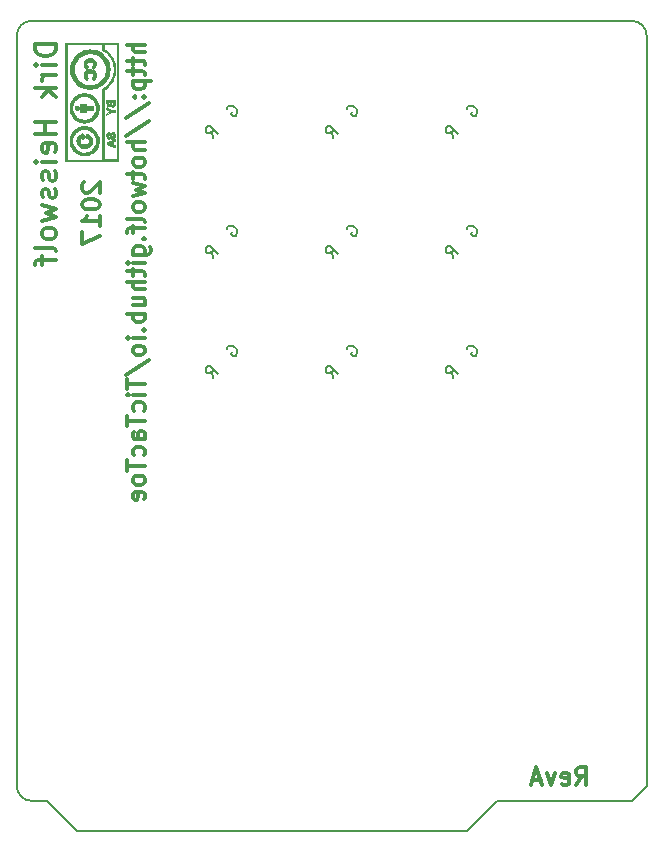
<source format=gbr>
G04 #@! TF.FileFunction,Legend,Bot*
%FSLAX46Y46*%
G04 Gerber Fmt 4.6, Leading zero omitted, Abs format (unit mm)*
G04 Created by KiCad (PCBNEW 4.0.5) date 02/22/17 23:16:55*
%MOMM*%
%LPD*%
G01*
G04 APERTURE LIST*
%ADD10C,0.100000*%
%ADD11C,0.300000*%
%ADD12C,0.150000*%
%ADD13C,0.002540*%
%ADD14C,2.400000*%
%ADD15C,2.000000*%
%ADD16O,2.599640X1.924000*%
%ADD17O,2.597100X1.924000*%
G04 APERTURE END LIST*
D10*
D11*
X96896856Y-128186571D02*
X97396856Y-127472286D01*
X97753999Y-128186571D02*
X97753999Y-126686571D01*
X97182571Y-126686571D01*
X97039713Y-126758000D01*
X96968285Y-126829429D01*
X96896856Y-126972286D01*
X96896856Y-127186571D01*
X96968285Y-127329429D01*
X97039713Y-127400857D01*
X97182571Y-127472286D01*
X97753999Y-127472286D01*
X95682571Y-128115143D02*
X95825428Y-128186571D01*
X96111142Y-128186571D01*
X96253999Y-128115143D01*
X96325428Y-127972286D01*
X96325428Y-127400857D01*
X96253999Y-127258000D01*
X96111142Y-127186571D01*
X95825428Y-127186571D01*
X95682571Y-127258000D01*
X95611142Y-127400857D01*
X95611142Y-127543714D01*
X96325428Y-127686571D01*
X95111142Y-127186571D02*
X94753999Y-128186571D01*
X94396857Y-127186571D01*
X93896857Y-127758000D02*
X93182571Y-127758000D01*
X94039714Y-128186571D02*
X93539714Y-126686571D01*
X93039714Y-128186571D01*
X60368571Y-65508143D02*
X58868571Y-65508143D01*
X60368571Y-66151000D02*
X59582857Y-66151000D01*
X59440000Y-66079571D01*
X59368571Y-65936714D01*
X59368571Y-65722429D01*
X59440000Y-65579571D01*
X59511429Y-65508143D01*
X59368571Y-66651000D02*
X59368571Y-67222429D01*
X58868571Y-66865286D02*
X60154286Y-66865286D01*
X60297143Y-66936714D01*
X60368571Y-67079572D01*
X60368571Y-67222429D01*
X59368571Y-67508143D02*
X59368571Y-68079572D01*
X58868571Y-67722429D02*
X60154286Y-67722429D01*
X60297143Y-67793857D01*
X60368571Y-67936715D01*
X60368571Y-68079572D01*
X59368571Y-68579572D02*
X60868571Y-68579572D01*
X59440000Y-68579572D02*
X59368571Y-68722429D01*
X59368571Y-69008143D01*
X59440000Y-69151000D01*
X59511429Y-69222429D01*
X59654286Y-69293858D01*
X60082857Y-69293858D01*
X60225714Y-69222429D01*
X60297143Y-69151000D01*
X60368571Y-69008143D01*
X60368571Y-68722429D01*
X60297143Y-68579572D01*
X60225714Y-69936715D02*
X60297143Y-70008143D01*
X60368571Y-69936715D01*
X60297143Y-69865286D01*
X60225714Y-69936715D01*
X60368571Y-69936715D01*
X59440000Y-69936715D02*
X59511429Y-70008143D01*
X59582857Y-69936715D01*
X59511429Y-69865286D01*
X59440000Y-69936715D01*
X59582857Y-69936715D01*
X58797143Y-71722429D02*
X60725714Y-70436715D01*
X58797143Y-73293858D02*
X60725714Y-72008144D01*
X60368571Y-73793859D02*
X58868571Y-73793859D01*
X60368571Y-74436716D02*
X59582857Y-74436716D01*
X59440000Y-74365287D01*
X59368571Y-74222430D01*
X59368571Y-74008145D01*
X59440000Y-73865287D01*
X59511429Y-73793859D01*
X60368571Y-75365288D02*
X60297143Y-75222430D01*
X60225714Y-75151002D01*
X60082857Y-75079573D01*
X59654286Y-75079573D01*
X59511429Y-75151002D01*
X59440000Y-75222430D01*
X59368571Y-75365288D01*
X59368571Y-75579573D01*
X59440000Y-75722430D01*
X59511429Y-75793859D01*
X59654286Y-75865288D01*
X60082857Y-75865288D01*
X60225714Y-75793859D01*
X60297143Y-75722430D01*
X60368571Y-75579573D01*
X60368571Y-75365288D01*
X59368571Y-76293859D02*
X59368571Y-76865288D01*
X58868571Y-76508145D02*
X60154286Y-76508145D01*
X60297143Y-76579573D01*
X60368571Y-76722431D01*
X60368571Y-76865288D01*
X59368571Y-77222431D02*
X60368571Y-77508145D01*
X59654286Y-77793859D01*
X60368571Y-78079574D01*
X59368571Y-78365288D01*
X60368571Y-79151003D02*
X60297143Y-79008145D01*
X60225714Y-78936717D01*
X60082857Y-78865288D01*
X59654286Y-78865288D01*
X59511429Y-78936717D01*
X59440000Y-79008145D01*
X59368571Y-79151003D01*
X59368571Y-79365288D01*
X59440000Y-79508145D01*
X59511429Y-79579574D01*
X59654286Y-79651003D01*
X60082857Y-79651003D01*
X60225714Y-79579574D01*
X60297143Y-79508145D01*
X60368571Y-79365288D01*
X60368571Y-79151003D01*
X60368571Y-80508146D02*
X60297143Y-80365288D01*
X60154286Y-80293860D01*
X58868571Y-80293860D01*
X59368571Y-80865288D02*
X59368571Y-81436717D01*
X60368571Y-81079574D02*
X59082857Y-81079574D01*
X58940000Y-81151002D01*
X58868571Y-81293860D01*
X58868571Y-81436717D01*
X60225714Y-81936717D02*
X60297143Y-82008145D01*
X60368571Y-81936717D01*
X60297143Y-81865288D01*
X60225714Y-81936717D01*
X60368571Y-81936717D01*
X59368571Y-83293860D02*
X60582857Y-83293860D01*
X60725714Y-83222431D01*
X60797143Y-83151003D01*
X60868571Y-83008146D01*
X60868571Y-82793860D01*
X60797143Y-82651003D01*
X60297143Y-83293860D02*
X60368571Y-83151003D01*
X60368571Y-82865289D01*
X60297143Y-82722431D01*
X60225714Y-82651003D01*
X60082857Y-82579574D01*
X59654286Y-82579574D01*
X59511429Y-82651003D01*
X59440000Y-82722431D01*
X59368571Y-82865289D01*
X59368571Y-83151003D01*
X59440000Y-83293860D01*
X60368571Y-84008146D02*
X59368571Y-84008146D01*
X58868571Y-84008146D02*
X58940000Y-83936717D01*
X59011429Y-84008146D01*
X58940000Y-84079574D01*
X58868571Y-84008146D01*
X59011429Y-84008146D01*
X59368571Y-84508146D02*
X59368571Y-85079575D01*
X58868571Y-84722432D02*
X60154286Y-84722432D01*
X60297143Y-84793860D01*
X60368571Y-84936718D01*
X60368571Y-85079575D01*
X60368571Y-85579575D02*
X58868571Y-85579575D01*
X60368571Y-86222432D02*
X59582857Y-86222432D01*
X59440000Y-86151003D01*
X59368571Y-86008146D01*
X59368571Y-85793861D01*
X59440000Y-85651003D01*
X59511429Y-85579575D01*
X59368571Y-87579575D02*
X60368571Y-87579575D01*
X59368571Y-86936718D02*
X60154286Y-86936718D01*
X60297143Y-87008146D01*
X60368571Y-87151004D01*
X60368571Y-87365289D01*
X60297143Y-87508146D01*
X60225714Y-87579575D01*
X60368571Y-88293861D02*
X58868571Y-88293861D01*
X59440000Y-88293861D02*
X59368571Y-88436718D01*
X59368571Y-88722432D01*
X59440000Y-88865289D01*
X59511429Y-88936718D01*
X59654286Y-89008147D01*
X60082857Y-89008147D01*
X60225714Y-88936718D01*
X60297143Y-88865289D01*
X60368571Y-88722432D01*
X60368571Y-88436718D01*
X60297143Y-88293861D01*
X60225714Y-89651004D02*
X60297143Y-89722432D01*
X60368571Y-89651004D01*
X60297143Y-89579575D01*
X60225714Y-89651004D01*
X60368571Y-89651004D01*
X60368571Y-90365290D02*
X59368571Y-90365290D01*
X58868571Y-90365290D02*
X58940000Y-90293861D01*
X59011429Y-90365290D01*
X58940000Y-90436718D01*
X58868571Y-90365290D01*
X59011429Y-90365290D01*
X60368571Y-91293862D02*
X60297143Y-91151004D01*
X60225714Y-91079576D01*
X60082857Y-91008147D01*
X59654286Y-91008147D01*
X59511429Y-91079576D01*
X59440000Y-91151004D01*
X59368571Y-91293862D01*
X59368571Y-91508147D01*
X59440000Y-91651004D01*
X59511429Y-91722433D01*
X59654286Y-91793862D01*
X60082857Y-91793862D01*
X60225714Y-91722433D01*
X60297143Y-91651004D01*
X60368571Y-91508147D01*
X60368571Y-91293862D01*
X58797143Y-93508147D02*
X60725714Y-92222433D01*
X58868571Y-93793862D02*
X58868571Y-94651005D01*
X60368571Y-94222434D02*
X58868571Y-94222434D01*
X60368571Y-95151005D02*
X59368571Y-95151005D01*
X58868571Y-95151005D02*
X58940000Y-95079576D01*
X59011429Y-95151005D01*
X58940000Y-95222433D01*
X58868571Y-95151005D01*
X59011429Y-95151005D01*
X60297143Y-96508148D02*
X60368571Y-96365291D01*
X60368571Y-96079577D01*
X60297143Y-95936719D01*
X60225714Y-95865291D01*
X60082857Y-95793862D01*
X59654286Y-95793862D01*
X59511429Y-95865291D01*
X59440000Y-95936719D01*
X59368571Y-96079577D01*
X59368571Y-96365291D01*
X59440000Y-96508148D01*
X58868571Y-96936719D02*
X58868571Y-97793862D01*
X60368571Y-97365291D02*
X58868571Y-97365291D01*
X60368571Y-98936719D02*
X59582857Y-98936719D01*
X59440000Y-98865290D01*
X59368571Y-98722433D01*
X59368571Y-98436719D01*
X59440000Y-98293862D01*
X60297143Y-98936719D02*
X60368571Y-98793862D01*
X60368571Y-98436719D01*
X60297143Y-98293862D01*
X60154286Y-98222433D01*
X60011429Y-98222433D01*
X59868571Y-98293862D01*
X59797143Y-98436719D01*
X59797143Y-98793862D01*
X59725714Y-98936719D01*
X60297143Y-100293862D02*
X60368571Y-100151005D01*
X60368571Y-99865291D01*
X60297143Y-99722433D01*
X60225714Y-99651005D01*
X60082857Y-99579576D01*
X59654286Y-99579576D01*
X59511429Y-99651005D01*
X59440000Y-99722433D01*
X59368571Y-99865291D01*
X59368571Y-100151005D01*
X59440000Y-100293862D01*
X58868571Y-100722433D02*
X58868571Y-101579576D01*
X60368571Y-101151005D02*
X58868571Y-101151005D01*
X60368571Y-102293862D02*
X60297143Y-102151004D01*
X60225714Y-102079576D01*
X60082857Y-102008147D01*
X59654286Y-102008147D01*
X59511429Y-102079576D01*
X59440000Y-102151004D01*
X59368571Y-102293862D01*
X59368571Y-102508147D01*
X59440000Y-102651004D01*
X59511429Y-102722433D01*
X59654286Y-102793862D01*
X60082857Y-102793862D01*
X60225714Y-102722433D01*
X60297143Y-102651004D01*
X60368571Y-102508147D01*
X60368571Y-102293862D01*
X60297143Y-104008147D02*
X60368571Y-103865290D01*
X60368571Y-103579576D01*
X60297143Y-103436719D01*
X60154286Y-103365290D01*
X59582857Y-103365290D01*
X59440000Y-103436719D01*
X59368571Y-103579576D01*
X59368571Y-103865290D01*
X59440000Y-104008147D01*
X59582857Y-104079576D01*
X59725714Y-104079576D01*
X59868571Y-103365290D01*
X55201429Y-77184572D02*
X55130000Y-77256001D01*
X55058571Y-77398858D01*
X55058571Y-77756001D01*
X55130000Y-77898858D01*
X55201429Y-77970287D01*
X55344286Y-78041715D01*
X55487143Y-78041715D01*
X55701429Y-77970287D01*
X56558571Y-77113144D01*
X56558571Y-78041715D01*
X55058571Y-78970286D02*
X55058571Y-79113143D01*
X55130000Y-79256000D01*
X55201429Y-79327429D01*
X55344286Y-79398858D01*
X55630000Y-79470286D01*
X55987143Y-79470286D01*
X56272857Y-79398858D01*
X56415714Y-79327429D01*
X56487143Y-79256000D01*
X56558571Y-79113143D01*
X56558571Y-78970286D01*
X56487143Y-78827429D01*
X56415714Y-78756000D01*
X56272857Y-78684572D01*
X55987143Y-78613143D01*
X55630000Y-78613143D01*
X55344286Y-78684572D01*
X55201429Y-78756000D01*
X55130000Y-78827429D01*
X55058571Y-78970286D01*
X56558571Y-80898857D02*
X56558571Y-80041714D01*
X56558571Y-80470286D02*
X55058571Y-80470286D01*
X55272857Y-80327429D01*
X55415714Y-80184571D01*
X55487143Y-80041714D01*
X55058571Y-81398857D02*
X55058571Y-82398857D01*
X56558571Y-81756000D01*
X52884286Y-65452571D02*
X51084286Y-65452571D01*
X51084286Y-65881143D01*
X51170000Y-66138286D01*
X51341429Y-66309714D01*
X51512857Y-66395429D01*
X51855714Y-66481143D01*
X52112857Y-66481143D01*
X52455714Y-66395429D01*
X52627143Y-66309714D01*
X52798571Y-66138286D01*
X52884286Y-65881143D01*
X52884286Y-65452571D01*
X52884286Y-67252571D02*
X51684286Y-67252571D01*
X51084286Y-67252571D02*
X51170000Y-67166857D01*
X51255714Y-67252571D01*
X51170000Y-67338286D01*
X51084286Y-67252571D01*
X51255714Y-67252571D01*
X52884286Y-68109714D02*
X51684286Y-68109714D01*
X52027143Y-68109714D02*
X51855714Y-68195429D01*
X51770000Y-68281143D01*
X51684286Y-68452572D01*
X51684286Y-68624000D01*
X52884286Y-69224000D02*
X51084286Y-69224000D01*
X52198571Y-69395429D02*
X52884286Y-69909715D01*
X51684286Y-69909715D02*
X52370000Y-69224000D01*
X52884286Y-72052572D02*
X51084286Y-72052572D01*
X51941429Y-72052572D02*
X51941429Y-73081144D01*
X52884286Y-73081144D02*
X51084286Y-73081144D01*
X52798571Y-74624001D02*
X52884286Y-74452572D01*
X52884286Y-74109715D01*
X52798571Y-73938286D01*
X52627143Y-73852572D01*
X51941429Y-73852572D01*
X51770000Y-73938286D01*
X51684286Y-74109715D01*
X51684286Y-74452572D01*
X51770000Y-74624001D01*
X51941429Y-74709715D01*
X52112857Y-74709715D01*
X52284286Y-73852572D01*
X52884286Y-75481143D02*
X51684286Y-75481143D01*
X51084286Y-75481143D02*
X51170000Y-75395429D01*
X51255714Y-75481143D01*
X51170000Y-75566858D01*
X51084286Y-75481143D01*
X51255714Y-75481143D01*
X52798571Y-76252572D02*
X52884286Y-76424001D01*
X52884286Y-76766858D01*
X52798571Y-76938286D01*
X52627143Y-77024001D01*
X52541429Y-77024001D01*
X52370000Y-76938286D01*
X52284286Y-76766858D01*
X52284286Y-76509715D01*
X52198571Y-76338286D01*
X52027143Y-76252572D01*
X51941429Y-76252572D01*
X51770000Y-76338286D01*
X51684286Y-76509715D01*
X51684286Y-76766858D01*
X51770000Y-76938286D01*
X52798571Y-77709715D02*
X52884286Y-77881144D01*
X52884286Y-78224001D01*
X52798571Y-78395429D01*
X52627143Y-78481144D01*
X52541429Y-78481144D01*
X52370000Y-78395429D01*
X52284286Y-78224001D01*
X52284286Y-77966858D01*
X52198571Y-77795429D01*
X52027143Y-77709715D01*
X51941429Y-77709715D01*
X51770000Y-77795429D01*
X51684286Y-77966858D01*
X51684286Y-78224001D01*
X51770000Y-78395429D01*
X51684286Y-79081144D02*
X52884286Y-79424001D01*
X52027143Y-79766858D01*
X52884286Y-80109715D01*
X51684286Y-80452572D01*
X52884286Y-81395429D02*
X52798571Y-81224001D01*
X52712857Y-81138286D01*
X52541429Y-81052572D01*
X52027143Y-81052572D01*
X51855714Y-81138286D01*
X51770000Y-81224001D01*
X51684286Y-81395429D01*
X51684286Y-81652572D01*
X51770000Y-81824001D01*
X51855714Y-81909715D01*
X52027143Y-81995429D01*
X52541429Y-81995429D01*
X52712857Y-81909715D01*
X52798571Y-81824001D01*
X52884286Y-81652572D01*
X52884286Y-81395429D01*
X52884286Y-83024000D02*
X52798571Y-82852572D01*
X52627143Y-82766857D01*
X51084286Y-82766857D01*
X51684286Y-83452572D02*
X51684286Y-84138286D01*
X52884286Y-83709714D02*
X51341429Y-83709714D01*
X51170000Y-83795429D01*
X51084286Y-83966857D01*
X51084286Y-84138286D01*
D12*
X102870000Y-128270000D02*
X102870000Y-64770000D01*
X49530000Y-64770000D02*
X49530000Y-128270000D01*
X54610000Y-132080000D02*
X87630000Y-132080000D01*
X54610000Y-132080000D02*
X52070000Y-129540000D01*
X52070000Y-129540000D02*
X50800000Y-129540000D01*
X101600000Y-129540000D02*
X90170000Y-129540000D01*
X90170000Y-129540000D02*
X87630000Y-132080000D01*
X102870000Y-128270000D02*
X101600000Y-129540000D01*
X102870000Y-64770000D02*
G75*
G03X101600000Y-63500000I-1270000J0D01*
G01*
X50800000Y-63500000D02*
X101600000Y-63500000D01*
X50800000Y-63500000D02*
G75*
G03X49530000Y-64770000I0J-1270000D01*
G01*
X49530000Y-128270000D02*
G75*
G03X50800000Y-129540000I1270000J0D01*
G01*
D13*
G36*
X58112660Y-75364340D02*
X58112660Y-75250040D01*
X56771540Y-75250040D01*
X55305960Y-75250040D01*
X53835300Y-75250040D01*
X53797200Y-75211940D01*
X53761640Y-75173840D01*
X53761640Y-70363080D01*
X53761640Y-65554860D01*
X53797200Y-65516760D01*
X53835300Y-65478660D01*
X55305960Y-65478660D01*
X56771540Y-65481200D01*
X56774080Y-65707260D01*
X56774080Y-65933320D01*
X56903620Y-66017140D01*
X57071260Y-66139060D01*
X57223660Y-66281300D01*
X57360820Y-66441320D01*
X57480200Y-66616580D01*
X57579260Y-66804540D01*
X57658000Y-67002660D01*
X57713880Y-67208400D01*
X57741820Y-67373500D01*
X57749440Y-67459860D01*
X57751980Y-67561460D01*
X57749440Y-67673220D01*
X57741820Y-67782440D01*
X57729120Y-67881500D01*
X57718960Y-67942460D01*
X57663080Y-68158360D01*
X57584340Y-68361560D01*
X57487820Y-68549520D01*
X57365900Y-68727320D01*
X57221120Y-68892420D01*
X57152540Y-68961000D01*
X57091580Y-69016880D01*
X57020460Y-69072760D01*
X56949340Y-69126100D01*
X56903620Y-69159120D01*
X56774080Y-69240400D01*
X56774080Y-72242680D01*
X56771540Y-75250040D01*
X58112660Y-75250040D01*
X58112660Y-75234800D01*
X58011060Y-75234800D01*
X57449720Y-75234800D01*
X56888380Y-75234800D01*
X56888380Y-72278240D01*
X56888380Y-69324220D01*
X57005220Y-69245480D01*
X57142380Y-69148960D01*
X57261760Y-69052440D01*
X57360820Y-68953380D01*
X57449720Y-68849240D01*
X57528460Y-68732400D01*
X57579260Y-68646040D01*
X57650380Y-68506340D01*
X57708800Y-68381880D01*
X57757060Y-68265040D01*
X57795160Y-68145660D01*
X57825640Y-68021200D01*
X57825640Y-68016120D01*
X57861200Y-67833240D01*
X57876440Y-67660520D01*
X57876440Y-67495420D01*
X57858660Y-67327780D01*
X57825640Y-67157600D01*
X57767220Y-66962020D01*
X57685940Y-66766440D01*
X57576720Y-66565780D01*
X57444640Y-66365120D01*
X57396380Y-66296540D01*
X57353200Y-66245740D01*
X57294780Y-66184780D01*
X57228740Y-66121280D01*
X57160160Y-66055240D01*
X57086500Y-65991740D01*
X57020460Y-65938400D01*
X56962040Y-65895220D01*
X56926480Y-65872360D01*
X56888380Y-65852040D01*
X56888380Y-65659000D01*
X56888380Y-65465960D01*
X57449720Y-65465960D01*
X58011060Y-65465960D01*
X58011060Y-70352920D01*
X58011060Y-75234800D01*
X58112660Y-75234800D01*
X58112660Y-70370700D01*
X58112660Y-65379600D01*
X57932320Y-65371980D01*
X57894220Y-65369440D01*
X57835800Y-65369440D01*
X57754520Y-65369440D01*
X57655460Y-65369440D01*
X57538620Y-65366900D01*
X57406540Y-65366900D01*
X57259220Y-65366900D01*
X57099200Y-65366900D01*
X56929020Y-65366900D01*
X56748680Y-65366900D01*
X56560720Y-65366900D01*
X56367680Y-65366900D01*
X56169560Y-65366900D01*
X55968900Y-65366900D01*
X55768240Y-65366900D01*
X55565040Y-65366900D01*
X55364380Y-65369440D01*
X55168800Y-65369440D01*
X54975760Y-65369440D01*
X54790340Y-65369440D01*
X54615080Y-65371980D01*
X54447440Y-65371980D01*
X54292500Y-65374520D01*
X54150260Y-65374520D01*
X54023260Y-65374520D01*
X53914040Y-65377060D01*
X53820060Y-65377060D01*
X53748940Y-65379600D01*
X53695600Y-65379600D01*
X53667660Y-65382140D01*
X53662580Y-65382140D01*
X53662580Y-65394840D01*
X53662580Y-65432940D01*
X53660040Y-65493900D01*
X53660040Y-65577720D01*
X53660040Y-65681860D01*
X53660040Y-65808860D01*
X53657500Y-65951100D01*
X53657500Y-66113660D01*
X53657500Y-66294000D01*
X53657500Y-66489580D01*
X53654960Y-66700400D01*
X53654960Y-66923920D01*
X53654960Y-67162680D01*
X53654960Y-67411600D01*
X53654960Y-67670680D01*
X53652420Y-67939920D01*
X53652420Y-68216780D01*
X53652420Y-68503800D01*
X53652420Y-68793360D01*
X53652420Y-69090540D01*
X53652420Y-69392800D01*
X53649880Y-69697600D01*
X53649880Y-70004940D01*
X53649880Y-70314820D01*
X53649880Y-70619620D01*
X53649880Y-70926960D01*
X53649880Y-71231760D01*
X53649880Y-71534020D01*
X53649880Y-71833740D01*
X53649880Y-72125840D01*
X53649880Y-72412860D01*
X53649880Y-72692260D01*
X53649880Y-72964040D01*
X53649880Y-73225660D01*
X53649880Y-73477120D01*
X53649880Y-73715880D01*
X53649880Y-73941940D01*
X53649880Y-74155300D01*
X53649880Y-74353420D01*
X53649880Y-74536300D01*
X53649880Y-74703940D01*
X53652420Y-74851260D01*
X53652420Y-74980800D01*
X53652420Y-75087480D01*
X53652420Y-75176380D01*
X53654960Y-75242420D01*
X53654960Y-75285600D01*
X53654960Y-75303380D01*
X53662580Y-75364340D01*
X55887620Y-75364340D01*
X58112660Y-75364340D01*
X58112660Y-75364340D01*
X58112660Y-75364340D01*
G37*
X58112660Y-75364340D02*
X58112660Y-75250040D01*
X56771540Y-75250040D01*
X55305960Y-75250040D01*
X53835300Y-75250040D01*
X53797200Y-75211940D01*
X53761640Y-75173840D01*
X53761640Y-70363080D01*
X53761640Y-65554860D01*
X53797200Y-65516760D01*
X53835300Y-65478660D01*
X55305960Y-65478660D01*
X56771540Y-65481200D01*
X56774080Y-65707260D01*
X56774080Y-65933320D01*
X56903620Y-66017140D01*
X57071260Y-66139060D01*
X57223660Y-66281300D01*
X57360820Y-66441320D01*
X57480200Y-66616580D01*
X57579260Y-66804540D01*
X57658000Y-67002660D01*
X57713880Y-67208400D01*
X57741820Y-67373500D01*
X57749440Y-67459860D01*
X57751980Y-67561460D01*
X57749440Y-67673220D01*
X57741820Y-67782440D01*
X57729120Y-67881500D01*
X57718960Y-67942460D01*
X57663080Y-68158360D01*
X57584340Y-68361560D01*
X57487820Y-68549520D01*
X57365900Y-68727320D01*
X57221120Y-68892420D01*
X57152540Y-68961000D01*
X57091580Y-69016880D01*
X57020460Y-69072760D01*
X56949340Y-69126100D01*
X56903620Y-69159120D01*
X56774080Y-69240400D01*
X56774080Y-72242680D01*
X56771540Y-75250040D01*
X58112660Y-75250040D01*
X58112660Y-75234800D01*
X58011060Y-75234800D01*
X57449720Y-75234800D01*
X56888380Y-75234800D01*
X56888380Y-72278240D01*
X56888380Y-69324220D01*
X57005220Y-69245480D01*
X57142380Y-69148960D01*
X57261760Y-69052440D01*
X57360820Y-68953380D01*
X57449720Y-68849240D01*
X57528460Y-68732400D01*
X57579260Y-68646040D01*
X57650380Y-68506340D01*
X57708800Y-68381880D01*
X57757060Y-68265040D01*
X57795160Y-68145660D01*
X57825640Y-68021200D01*
X57825640Y-68016120D01*
X57861200Y-67833240D01*
X57876440Y-67660520D01*
X57876440Y-67495420D01*
X57858660Y-67327780D01*
X57825640Y-67157600D01*
X57767220Y-66962020D01*
X57685940Y-66766440D01*
X57576720Y-66565780D01*
X57444640Y-66365120D01*
X57396380Y-66296540D01*
X57353200Y-66245740D01*
X57294780Y-66184780D01*
X57228740Y-66121280D01*
X57160160Y-66055240D01*
X57086500Y-65991740D01*
X57020460Y-65938400D01*
X56962040Y-65895220D01*
X56926480Y-65872360D01*
X56888380Y-65852040D01*
X56888380Y-65659000D01*
X56888380Y-65465960D01*
X57449720Y-65465960D01*
X58011060Y-65465960D01*
X58011060Y-70352920D01*
X58011060Y-75234800D01*
X58112660Y-75234800D01*
X58112660Y-70370700D01*
X58112660Y-65379600D01*
X57932320Y-65371980D01*
X57894220Y-65369440D01*
X57835800Y-65369440D01*
X57754520Y-65369440D01*
X57655460Y-65369440D01*
X57538620Y-65366900D01*
X57406540Y-65366900D01*
X57259220Y-65366900D01*
X57099200Y-65366900D01*
X56929020Y-65366900D01*
X56748680Y-65366900D01*
X56560720Y-65366900D01*
X56367680Y-65366900D01*
X56169560Y-65366900D01*
X55968900Y-65366900D01*
X55768240Y-65366900D01*
X55565040Y-65366900D01*
X55364380Y-65369440D01*
X55168800Y-65369440D01*
X54975760Y-65369440D01*
X54790340Y-65369440D01*
X54615080Y-65371980D01*
X54447440Y-65371980D01*
X54292500Y-65374520D01*
X54150260Y-65374520D01*
X54023260Y-65374520D01*
X53914040Y-65377060D01*
X53820060Y-65377060D01*
X53748940Y-65379600D01*
X53695600Y-65379600D01*
X53667660Y-65382140D01*
X53662580Y-65382140D01*
X53662580Y-65394840D01*
X53662580Y-65432940D01*
X53660040Y-65493900D01*
X53660040Y-65577720D01*
X53660040Y-65681860D01*
X53660040Y-65808860D01*
X53657500Y-65951100D01*
X53657500Y-66113660D01*
X53657500Y-66294000D01*
X53657500Y-66489580D01*
X53654960Y-66700400D01*
X53654960Y-66923920D01*
X53654960Y-67162680D01*
X53654960Y-67411600D01*
X53654960Y-67670680D01*
X53652420Y-67939920D01*
X53652420Y-68216780D01*
X53652420Y-68503800D01*
X53652420Y-68793360D01*
X53652420Y-69090540D01*
X53652420Y-69392800D01*
X53649880Y-69697600D01*
X53649880Y-70004940D01*
X53649880Y-70314820D01*
X53649880Y-70619620D01*
X53649880Y-70926960D01*
X53649880Y-71231760D01*
X53649880Y-71534020D01*
X53649880Y-71833740D01*
X53649880Y-72125840D01*
X53649880Y-72412860D01*
X53649880Y-72692260D01*
X53649880Y-72964040D01*
X53649880Y-73225660D01*
X53649880Y-73477120D01*
X53649880Y-73715880D01*
X53649880Y-73941940D01*
X53649880Y-74155300D01*
X53649880Y-74353420D01*
X53649880Y-74536300D01*
X53649880Y-74703940D01*
X53652420Y-74851260D01*
X53652420Y-74980800D01*
X53652420Y-75087480D01*
X53652420Y-75176380D01*
X53654960Y-75242420D01*
X53654960Y-75285600D01*
X53654960Y-75303380D01*
X53662580Y-75364340D01*
X55887620Y-75364340D01*
X58112660Y-75364340D01*
X58112660Y-75364340D01*
G36*
X57655460Y-73497440D02*
X57703720Y-73484740D01*
X57749440Y-73456800D01*
X57762140Y-73446640D01*
X57802780Y-73395840D01*
X57833260Y-73327260D01*
X57848500Y-73248520D01*
X57851040Y-73169780D01*
X57848500Y-73159620D01*
X57828180Y-73070720D01*
X57790080Y-72999600D01*
X57739280Y-72946260D01*
X57673240Y-72913240D01*
X57665620Y-72910700D01*
X57627520Y-72903080D01*
X57604660Y-72910700D01*
X57591960Y-72933560D01*
X57591960Y-72976740D01*
X57591960Y-72986900D01*
X57597040Y-73027540D01*
X57604660Y-73050400D01*
X57619900Y-73060560D01*
X57640220Y-73068180D01*
X57685940Y-73096120D01*
X57713880Y-73139300D01*
X57729120Y-73192640D01*
X57724040Y-73253600D01*
X57711340Y-73289160D01*
X57688480Y-73327260D01*
X57660540Y-73342500D01*
X57624980Y-73339960D01*
X57607200Y-73332340D01*
X57589420Y-73314560D01*
X57574180Y-73281540D01*
X57553860Y-73233280D01*
X57533540Y-73164700D01*
X57520840Y-73126600D01*
X57500520Y-73068180D01*
X57482740Y-73025000D01*
X57462420Y-72994520D01*
X57444640Y-72976740D01*
X57386220Y-72941180D01*
X57330340Y-72928480D01*
X57271920Y-72933560D01*
X57221120Y-72958960D01*
X57175400Y-73002140D01*
X57139840Y-73055480D01*
X57116980Y-73121520D01*
X57109360Y-73195180D01*
X57116980Y-73266300D01*
X57139840Y-73350120D01*
X57177940Y-73411080D01*
X57228740Y-73449180D01*
X57292240Y-73469500D01*
X57294780Y-73469500D01*
X57348120Y-73477120D01*
X57348120Y-73403460D01*
X57345580Y-73362820D01*
X57340500Y-73339960D01*
X57330340Y-73327260D01*
X57307480Y-73317100D01*
X57269380Y-73291700D01*
X57243980Y-73251060D01*
X57233820Y-73202800D01*
X57238900Y-73154540D01*
X57261760Y-73111360D01*
X57264300Y-73108820D01*
X57292240Y-73083420D01*
X57312560Y-73080880D01*
X57337960Y-73093580D01*
X57345580Y-73098660D01*
X57363360Y-73126600D01*
X57386220Y-73179940D01*
X57409080Y-73256140D01*
X57409080Y-73261220D01*
X57437020Y-73347580D01*
X57464960Y-73408540D01*
X57495440Y-73451720D01*
X57536080Y-73479660D01*
X57584340Y-73494900D01*
X57594500Y-73494900D01*
X57655460Y-73497440D01*
X57655460Y-73497440D01*
X57655460Y-73497440D01*
G37*
X57655460Y-73497440D02*
X57703720Y-73484740D01*
X57749440Y-73456800D01*
X57762140Y-73446640D01*
X57802780Y-73395840D01*
X57833260Y-73327260D01*
X57848500Y-73248520D01*
X57851040Y-73169780D01*
X57848500Y-73159620D01*
X57828180Y-73070720D01*
X57790080Y-72999600D01*
X57739280Y-72946260D01*
X57673240Y-72913240D01*
X57665620Y-72910700D01*
X57627520Y-72903080D01*
X57604660Y-72910700D01*
X57591960Y-72933560D01*
X57591960Y-72976740D01*
X57591960Y-72986900D01*
X57597040Y-73027540D01*
X57604660Y-73050400D01*
X57619900Y-73060560D01*
X57640220Y-73068180D01*
X57685940Y-73096120D01*
X57713880Y-73139300D01*
X57729120Y-73192640D01*
X57724040Y-73253600D01*
X57711340Y-73289160D01*
X57688480Y-73327260D01*
X57660540Y-73342500D01*
X57624980Y-73339960D01*
X57607200Y-73332340D01*
X57589420Y-73314560D01*
X57574180Y-73281540D01*
X57553860Y-73233280D01*
X57533540Y-73164700D01*
X57520840Y-73126600D01*
X57500520Y-73068180D01*
X57482740Y-73025000D01*
X57462420Y-72994520D01*
X57444640Y-72976740D01*
X57386220Y-72941180D01*
X57330340Y-72928480D01*
X57271920Y-72933560D01*
X57221120Y-72958960D01*
X57175400Y-73002140D01*
X57139840Y-73055480D01*
X57116980Y-73121520D01*
X57109360Y-73195180D01*
X57116980Y-73266300D01*
X57139840Y-73350120D01*
X57177940Y-73411080D01*
X57228740Y-73449180D01*
X57292240Y-73469500D01*
X57294780Y-73469500D01*
X57348120Y-73477120D01*
X57348120Y-73403460D01*
X57345580Y-73362820D01*
X57340500Y-73339960D01*
X57330340Y-73327260D01*
X57307480Y-73317100D01*
X57269380Y-73291700D01*
X57243980Y-73251060D01*
X57233820Y-73202800D01*
X57238900Y-73154540D01*
X57261760Y-73111360D01*
X57264300Y-73108820D01*
X57292240Y-73083420D01*
X57312560Y-73080880D01*
X57337960Y-73093580D01*
X57345580Y-73098660D01*
X57363360Y-73126600D01*
X57386220Y-73179940D01*
X57409080Y-73256140D01*
X57409080Y-73261220D01*
X57437020Y-73347580D01*
X57464960Y-73408540D01*
X57495440Y-73451720D01*
X57536080Y-73479660D01*
X57584340Y-73494900D01*
X57594500Y-73494900D01*
X57655460Y-73497440D01*
X57655460Y-73497440D01*
G36*
X57655460Y-70774560D02*
X57721500Y-70754240D01*
X57774840Y-70713600D01*
X57807860Y-70657720D01*
X57818020Y-70634860D01*
X57823100Y-70612000D01*
X57614820Y-70612000D01*
X57576720Y-70606920D01*
X57551320Y-70591680D01*
X57548780Y-70586600D01*
X57322720Y-70586600D01*
X57287160Y-70573900D01*
X57277000Y-70566280D01*
X57266840Y-70545960D01*
X57261760Y-70512940D01*
X57259220Y-70457060D01*
X57259220Y-70446900D01*
X57259220Y-70350380D01*
X57299860Y-70345300D01*
X57340500Y-70342760D01*
X57376060Y-70342760D01*
X57393840Y-70347840D01*
X57404000Y-70355460D01*
X57409080Y-70370700D01*
X57411620Y-70406260D01*
X57411620Y-70436740D01*
X57409080Y-70502780D01*
X57398920Y-70545960D01*
X57391300Y-70558660D01*
X57360820Y-70581520D01*
X57322720Y-70586600D01*
X57548780Y-70586600D01*
X57536080Y-70561200D01*
X57528460Y-70510400D01*
X57525920Y-70449440D01*
X57525920Y-70347840D01*
X57614820Y-70347840D01*
X57706260Y-70347840D01*
X57706260Y-70454520D01*
X57703720Y-70515480D01*
X57698640Y-70553580D01*
X57691020Y-70578980D01*
X57683400Y-70589140D01*
X57650380Y-70606920D01*
X57614820Y-70612000D01*
X57823100Y-70612000D01*
X57823100Y-70606920D01*
X57828180Y-70571360D01*
X57830720Y-70520560D01*
X57833260Y-70454520D01*
X57833260Y-70391020D01*
X57833260Y-70180200D01*
X57482740Y-70180200D01*
X57129680Y-70180200D01*
X57129680Y-70388480D01*
X57132220Y-70482460D01*
X57134760Y-70551040D01*
X57139840Y-70604380D01*
X57150000Y-70642480D01*
X57162700Y-70672960D01*
X57183020Y-70695820D01*
X57190640Y-70705980D01*
X57226200Y-70723760D01*
X57277000Y-70736460D01*
X57327800Y-70739000D01*
X57353200Y-70733920D01*
X57386220Y-70718680D01*
X57419240Y-70693280D01*
X57421780Y-70690740D01*
X57442100Y-70670420D01*
X57454800Y-70667880D01*
X57459880Y-70675500D01*
X57482740Y-70711060D01*
X57520840Y-70744080D01*
X57564020Y-70766940D01*
X57581800Y-70772020D01*
X57655460Y-70774560D01*
X57655460Y-70774560D01*
X57655460Y-70774560D01*
G37*
X57655460Y-70774560D02*
X57721500Y-70754240D01*
X57774840Y-70713600D01*
X57807860Y-70657720D01*
X57818020Y-70634860D01*
X57823100Y-70612000D01*
X57614820Y-70612000D01*
X57576720Y-70606920D01*
X57551320Y-70591680D01*
X57548780Y-70586600D01*
X57322720Y-70586600D01*
X57287160Y-70573900D01*
X57277000Y-70566280D01*
X57266840Y-70545960D01*
X57261760Y-70512940D01*
X57259220Y-70457060D01*
X57259220Y-70446900D01*
X57259220Y-70350380D01*
X57299860Y-70345300D01*
X57340500Y-70342760D01*
X57376060Y-70342760D01*
X57393840Y-70347840D01*
X57404000Y-70355460D01*
X57409080Y-70370700D01*
X57411620Y-70406260D01*
X57411620Y-70436740D01*
X57409080Y-70502780D01*
X57398920Y-70545960D01*
X57391300Y-70558660D01*
X57360820Y-70581520D01*
X57322720Y-70586600D01*
X57548780Y-70586600D01*
X57536080Y-70561200D01*
X57528460Y-70510400D01*
X57525920Y-70449440D01*
X57525920Y-70347840D01*
X57614820Y-70347840D01*
X57706260Y-70347840D01*
X57706260Y-70454520D01*
X57703720Y-70515480D01*
X57698640Y-70553580D01*
X57691020Y-70578980D01*
X57683400Y-70589140D01*
X57650380Y-70606920D01*
X57614820Y-70612000D01*
X57823100Y-70612000D01*
X57823100Y-70606920D01*
X57828180Y-70571360D01*
X57830720Y-70520560D01*
X57833260Y-70454520D01*
X57833260Y-70391020D01*
X57833260Y-70180200D01*
X57482740Y-70180200D01*
X57129680Y-70180200D01*
X57129680Y-70388480D01*
X57132220Y-70482460D01*
X57134760Y-70551040D01*
X57139840Y-70604380D01*
X57150000Y-70642480D01*
X57162700Y-70672960D01*
X57183020Y-70695820D01*
X57190640Y-70705980D01*
X57226200Y-70723760D01*
X57277000Y-70736460D01*
X57327800Y-70739000D01*
X57353200Y-70733920D01*
X57386220Y-70718680D01*
X57419240Y-70693280D01*
X57421780Y-70690740D01*
X57442100Y-70670420D01*
X57454800Y-70667880D01*
X57459880Y-70675500D01*
X57482740Y-70711060D01*
X57520840Y-70744080D01*
X57564020Y-70766940D01*
X57581800Y-70772020D01*
X57655460Y-70774560D01*
X57655460Y-70774560D01*
G36*
X57129680Y-71480680D02*
X57353200Y-71346060D01*
X57576720Y-71211440D01*
X57703720Y-71211440D01*
X57833260Y-71211440D01*
X57833260Y-71135240D01*
X57833260Y-71059040D01*
X57698640Y-71059040D01*
X57561480Y-71059040D01*
X57355740Y-70934580D01*
X57289700Y-70896480D01*
X57231280Y-70863460D01*
X57185560Y-70835520D01*
X57155080Y-70815200D01*
X57139840Y-70807580D01*
X57134760Y-70817740D01*
X57132220Y-70845680D01*
X57129680Y-70886320D01*
X57129680Y-70891400D01*
X57129680Y-70980300D01*
X57266840Y-71059040D01*
X57327800Y-71097140D01*
X57365900Y-71122540D01*
X57386220Y-71140320D01*
X57383680Y-71150480D01*
X57365900Y-71160640D01*
X57332880Y-71180960D01*
X57287160Y-71206360D01*
X57251600Y-71229220D01*
X57137300Y-71295260D01*
X57132220Y-71386700D01*
X57129680Y-71480680D01*
X57129680Y-71480680D01*
X57129680Y-71480680D01*
G37*
X57129680Y-71480680D02*
X57353200Y-71346060D01*
X57576720Y-71211440D01*
X57703720Y-71211440D01*
X57833260Y-71211440D01*
X57833260Y-71135240D01*
X57833260Y-71059040D01*
X57698640Y-71059040D01*
X57561480Y-71059040D01*
X57355740Y-70934580D01*
X57289700Y-70896480D01*
X57231280Y-70863460D01*
X57185560Y-70835520D01*
X57155080Y-70815200D01*
X57139840Y-70807580D01*
X57134760Y-70817740D01*
X57132220Y-70845680D01*
X57129680Y-70886320D01*
X57129680Y-70891400D01*
X57129680Y-70980300D01*
X57266840Y-71059040D01*
X57327800Y-71097140D01*
X57365900Y-71122540D01*
X57386220Y-71140320D01*
X57383680Y-71150480D01*
X57365900Y-71160640D01*
X57332880Y-71180960D01*
X57287160Y-71206360D01*
X57251600Y-71229220D01*
X57137300Y-71295260D01*
X57132220Y-71386700D01*
X57129680Y-71480680D01*
X57129680Y-71480680D01*
G36*
X57823100Y-74201020D02*
X57828180Y-74190860D01*
X57830720Y-74157840D01*
X57833260Y-74119740D01*
X57833260Y-74038460D01*
X57757060Y-74015600D01*
X57680860Y-73992740D01*
X57680860Y-73944480D01*
X57551320Y-73944480D01*
X57437020Y-73903840D01*
X57388760Y-73888600D01*
X57350660Y-73870820D01*
X57332880Y-73860660D01*
X57330340Y-73858120D01*
X57345580Y-73847960D01*
X57378600Y-73835260D01*
X57421780Y-73820020D01*
X57467500Y-73804780D01*
X57508140Y-73789540D01*
X57536080Y-73781920D01*
X57543700Y-73779380D01*
X57548780Y-73792080D01*
X57551320Y-73822560D01*
X57551320Y-73860660D01*
X57551320Y-73944480D01*
X57680860Y-73944480D01*
X57680860Y-73860660D01*
X57680860Y-73731120D01*
X57757060Y-73703180D01*
X57833260Y-73675240D01*
X57833260Y-73593960D01*
X57833260Y-73515220D01*
X57485280Y-73647300D01*
X57137300Y-73776840D01*
X57137300Y-73863200D01*
X57137300Y-73947020D01*
X57475120Y-74074020D01*
X57564020Y-74107040D01*
X57642760Y-74137520D01*
X57711340Y-74162920D01*
X57767220Y-74180700D01*
X57805320Y-74195940D01*
X57823100Y-74201020D01*
X57823100Y-74201020D01*
X57823100Y-74201020D01*
X57823100Y-74201020D01*
G37*
X57823100Y-74201020D02*
X57828180Y-74190860D01*
X57830720Y-74157840D01*
X57833260Y-74119740D01*
X57833260Y-74038460D01*
X57757060Y-74015600D01*
X57680860Y-73992740D01*
X57680860Y-73944480D01*
X57551320Y-73944480D01*
X57437020Y-73903840D01*
X57388760Y-73888600D01*
X57350660Y-73870820D01*
X57332880Y-73860660D01*
X57330340Y-73858120D01*
X57345580Y-73847960D01*
X57378600Y-73835260D01*
X57421780Y-73820020D01*
X57467500Y-73804780D01*
X57508140Y-73789540D01*
X57536080Y-73781920D01*
X57543700Y-73779380D01*
X57548780Y-73792080D01*
X57551320Y-73822560D01*
X57551320Y-73860660D01*
X57551320Y-73944480D01*
X57680860Y-73944480D01*
X57680860Y-73860660D01*
X57680860Y-73731120D01*
X57757060Y-73703180D01*
X57833260Y-73675240D01*
X57833260Y-73593960D01*
X57833260Y-73515220D01*
X57485280Y-73647300D01*
X57137300Y-73776840D01*
X57137300Y-73863200D01*
X57137300Y-73947020D01*
X57475120Y-74074020D01*
X57564020Y-74107040D01*
X57642760Y-74137520D01*
X57711340Y-74162920D01*
X57767220Y-74180700D01*
X57805320Y-74195940D01*
X57823100Y-74201020D01*
X57823100Y-74201020D01*
X57823100Y-74201020D01*
G36*
X55704740Y-69245480D02*
X55796180Y-69245480D01*
X55918100Y-69240400D01*
X56024780Y-69230240D01*
X56118760Y-69212460D01*
X56210200Y-69189600D01*
X56304180Y-69159120D01*
X56370220Y-69133720D01*
X56535320Y-69054980D01*
X56692800Y-68953380D01*
X56695340Y-68950840D01*
X55704740Y-68950840D01*
X55526940Y-68938140D01*
X55354220Y-68900040D01*
X55186580Y-68841620D01*
X55029100Y-68762880D01*
X54884320Y-68661280D01*
X54749700Y-68541900D01*
X54630320Y-68402200D01*
X54528720Y-68244720D01*
X54523640Y-68237100D01*
X54452520Y-68084700D01*
X54401720Y-67919600D01*
X54373780Y-67749420D01*
X54363620Y-67574160D01*
X54376320Y-67401440D01*
X54409340Y-67231260D01*
X54465220Y-67068700D01*
X54513480Y-66964560D01*
X54604920Y-66819780D01*
X54716680Y-66685160D01*
X54843680Y-66560700D01*
X54983380Y-66454020D01*
X55133240Y-66367660D01*
X55288180Y-66299080D01*
X55377080Y-66273680D01*
X55562500Y-66235580D01*
X55742840Y-66225420D01*
X55920640Y-66238120D01*
X56093360Y-66278760D01*
X56261000Y-66339720D01*
X56421020Y-66426080D01*
X56570880Y-66532760D01*
X56708040Y-66662300D01*
X56829960Y-66807080D01*
X56929020Y-66962020D01*
X57002680Y-67122040D01*
X57053480Y-67292220D01*
X57078880Y-67470020D01*
X57081420Y-67655440D01*
X57063640Y-67823080D01*
X57028080Y-67980560D01*
X56969660Y-68132960D01*
X56890920Y-68282820D01*
X56794400Y-68422520D01*
X56685180Y-68549520D01*
X56560720Y-68663820D01*
X56428640Y-68760340D01*
X56288940Y-68834000D01*
X56245760Y-68851780D01*
X56065420Y-68910200D01*
X55882540Y-68943220D01*
X55704740Y-68950840D01*
X56695340Y-68950840D01*
X56837580Y-68834000D01*
X56969660Y-68699380D01*
X57086500Y-68549520D01*
X57188100Y-68389500D01*
X57269380Y-68221860D01*
X57330340Y-68046600D01*
X57368440Y-67871340D01*
X57378600Y-67784980D01*
X57386220Y-67703700D01*
X57388760Y-67640200D01*
X57391300Y-67586860D01*
X57391300Y-67536060D01*
X57388760Y-67485260D01*
X57386220Y-67439540D01*
X57358280Y-67243960D01*
X57310020Y-67058540D01*
X57236360Y-66883280D01*
X57142380Y-66713100D01*
X57023000Y-66553080D01*
X56878220Y-66395600D01*
X56873140Y-66393060D01*
X56718200Y-66255900D01*
X56558180Y-66144140D01*
X56390540Y-66057780D01*
X56215280Y-65991740D01*
X56027320Y-65951100D01*
X55831740Y-65930780D01*
X55727600Y-65925700D01*
X55544720Y-65935860D01*
X55374540Y-65958720D01*
X55214520Y-65999360D01*
X55057040Y-66060320D01*
X54960520Y-66108580D01*
X54785260Y-66212720D01*
X54627780Y-66334640D01*
X54485540Y-66474340D01*
X54361080Y-66629280D01*
X54256940Y-66794380D01*
X54170580Y-66972180D01*
X54109620Y-67157600D01*
X54084220Y-67274440D01*
X54071520Y-67358260D01*
X54066440Y-67459860D01*
X54063900Y-67571620D01*
X54063900Y-67683380D01*
X54071520Y-67787520D01*
X54081680Y-67878960D01*
X54084220Y-67899280D01*
X54132480Y-68092320D01*
X54201060Y-68277740D01*
X54292500Y-68453000D01*
X54404260Y-68613020D01*
X54533800Y-68760340D01*
X54678580Y-68892420D01*
X54838600Y-69006720D01*
X55011320Y-69100700D01*
X55196740Y-69174360D01*
X55242460Y-69189600D01*
X55331360Y-69212460D01*
X55415180Y-69227700D01*
X55501540Y-69240400D01*
X55595520Y-69245480D01*
X55704740Y-69245480D01*
X55704740Y-69245480D01*
X55704740Y-69245480D01*
G37*
X55704740Y-69245480D02*
X55796180Y-69245480D01*
X55918100Y-69240400D01*
X56024780Y-69230240D01*
X56118760Y-69212460D01*
X56210200Y-69189600D01*
X56304180Y-69159120D01*
X56370220Y-69133720D01*
X56535320Y-69054980D01*
X56692800Y-68953380D01*
X56695340Y-68950840D01*
X55704740Y-68950840D01*
X55526940Y-68938140D01*
X55354220Y-68900040D01*
X55186580Y-68841620D01*
X55029100Y-68762880D01*
X54884320Y-68661280D01*
X54749700Y-68541900D01*
X54630320Y-68402200D01*
X54528720Y-68244720D01*
X54523640Y-68237100D01*
X54452520Y-68084700D01*
X54401720Y-67919600D01*
X54373780Y-67749420D01*
X54363620Y-67574160D01*
X54376320Y-67401440D01*
X54409340Y-67231260D01*
X54465220Y-67068700D01*
X54513480Y-66964560D01*
X54604920Y-66819780D01*
X54716680Y-66685160D01*
X54843680Y-66560700D01*
X54983380Y-66454020D01*
X55133240Y-66367660D01*
X55288180Y-66299080D01*
X55377080Y-66273680D01*
X55562500Y-66235580D01*
X55742840Y-66225420D01*
X55920640Y-66238120D01*
X56093360Y-66278760D01*
X56261000Y-66339720D01*
X56421020Y-66426080D01*
X56570880Y-66532760D01*
X56708040Y-66662300D01*
X56829960Y-66807080D01*
X56929020Y-66962020D01*
X57002680Y-67122040D01*
X57053480Y-67292220D01*
X57078880Y-67470020D01*
X57081420Y-67655440D01*
X57063640Y-67823080D01*
X57028080Y-67980560D01*
X56969660Y-68132960D01*
X56890920Y-68282820D01*
X56794400Y-68422520D01*
X56685180Y-68549520D01*
X56560720Y-68663820D01*
X56428640Y-68760340D01*
X56288940Y-68834000D01*
X56245760Y-68851780D01*
X56065420Y-68910200D01*
X55882540Y-68943220D01*
X55704740Y-68950840D01*
X56695340Y-68950840D01*
X56837580Y-68834000D01*
X56969660Y-68699380D01*
X57086500Y-68549520D01*
X57188100Y-68389500D01*
X57269380Y-68221860D01*
X57330340Y-68046600D01*
X57368440Y-67871340D01*
X57378600Y-67784980D01*
X57386220Y-67703700D01*
X57388760Y-67640200D01*
X57391300Y-67586860D01*
X57391300Y-67536060D01*
X57388760Y-67485260D01*
X57386220Y-67439540D01*
X57358280Y-67243960D01*
X57310020Y-67058540D01*
X57236360Y-66883280D01*
X57142380Y-66713100D01*
X57023000Y-66553080D01*
X56878220Y-66395600D01*
X56873140Y-66393060D01*
X56718200Y-66255900D01*
X56558180Y-66144140D01*
X56390540Y-66057780D01*
X56215280Y-65991740D01*
X56027320Y-65951100D01*
X55831740Y-65930780D01*
X55727600Y-65925700D01*
X55544720Y-65935860D01*
X55374540Y-65958720D01*
X55214520Y-65999360D01*
X55057040Y-66060320D01*
X54960520Y-66108580D01*
X54785260Y-66212720D01*
X54627780Y-66334640D01*
X54485540Y-66474340D01*
X54361080Y-66629280D01*
X54256940Y-66794380D01*
X54170580Y-66972180D01*
X54109620Y-67157600D01*
X54084220Y-67274440D01*
X54071520Y-67358260D01*
X54066440Y-67459860D01*
X54063900Y-67571620D01*
X54063900Y-67683380D01*
X54071520Y-67787520D01*
X54081680Y-67878960D01*
X54084220Y-67899280D01*
X54132480Y-68092320D01*
X54201060Y-68277740D01*
X54292500Y-68453000D01*
X54404260Y-68613020D01*
X54533800Y-68760340D01*
X54678580Y-68892420D01*
X54838600Y-69006720D01*
X55011320Y-69100700D01*
X55196740Y-69174360D01*
X55242460Y-69189600D01*
X55331360Y-69212460D01*
X55415180Y-69227700D01*
X55501540Y-69240400D01*
X55595520Y-69245480D01*
X55704740Y-69245480D01*
X55704740Y-69245480D01*
G36*
X55242460Y-72110600D02*
X55415180Y-72100440D01*
X55572660Y-72072500D01*
X55717440Y-72024240D01*
X55854600Y-71955660D01*
X55963820Y-71876920D01*
X55242460Y-71876920D01*
X55105300Y-71869300D01*
X54983380Y-71848980D01*
X54866540Y-71810880D01*
X54803040Y-71782940D01*
X54676040Y-71709280D01*
X54559200Y-71612760D01*
X54455060Y-71501000D01*
X54366160Y-71376540D01*
X54300120Y-71241920D01*
X54269640Y-71160640D01*
X54256940Y-71120000D01*
X54249320Y-71079360D01*
X54244240Y-71033640D01*
X54241700Y-70980300D01*
X54239160Y-70909180D01*
X54239160Y-70873620D01*
X54241700Y-70794880D01*
X54241700Y-70733920D01*
X54246780Y-70685660D01*
X54254400Y-70645020D01*
X54264560Y-70604380D01*
X54269640Y-70586600D01*
X54328060Y-70439280D01*
X54409340Y-70307200D01*
X54508400Y-70185280D01*
X54625240Y-70078600D01*
X54757320Y-69989700D01*
X54902100Y-69923660D01*
X54983380Y-69895720D01*
X55064660Y-69880480D01*
X55161180Y-69870320D01*
X55262780Y-69867780D01*
X55361840Y-69872860D01*
X55450740Y-69883020D01*
X55483760Y-69890640D01*
X55633620Y-69946520D01*
X55773320Y-70022720D01*
X55900320Y-70119240D01*
X56012080Y-70233540D01*
X56062880Y-70302120D01*
X56144160Y-70434200D01*
X56202580Y-70578980D01*
X56238140Y-70731380D01*
X56245760Y-70888860D01*
X56235600Y-71018400D01*
X56210200Y-71135240D01*
X56169560Y-71254620D01*
X56116220Y-71366380D01*
X56100980Y-71394320D01*
X56073040Y-71434960D01*
X56032400Y-71485760D01*
X55981600Y-71541640D01*
X55930800Y-71594980D01*
X55930800Y-71594980D01*
X55874920Y-71653400D01*
X55824120Y-71696580D01*
X55778400Y-71729600D01*
X55730140Y-71757540D01*
X55702200Y-71772780D01*
X55590440Y-71821040D01*
X55478680Y-71854060D01*
X55364380Y-71871840D01*
X55242460Y-71876920D01*
X55963820Y-71876920D01*
X55981600Y-71866760D01*
X56090820Y-71767700D01*
X56212740Y-71630540D01*
X56311800Y-71488300D01*
X56388000Y-71335900D01*
X56438800Y-71175880D01*
X56441340Y-71173340D01*
X56454040Y-71097140D01*
X56464200Y-71008240D01*
X56471820Y-70911720D01*
X56474360Y-70817740D01*
X56471820Y-70736460D01*
X56466740Y-70683120D01*
X56426100Y-70515480D01*
X56362600Y-70355460D01*
X56276240Y-70205600D01*
X56169560Y-70063360D01*
X56111140Y-70002400D01*
X55973980Y-69883020D01*
X55831740Y-69786500D01*
X55674260Y-69712840D01*
X55549800Y-69672200D01*
X55493920Y-69659500D01*
X55440580Y-69649340D01*
X55387240Y-69644260D01*
X55323740Y-69641720D01*
X55250080Y-69639180D01*
X55130700Y-69644260D01*
X55034180Y-69651880D01*
X54978300Y-69662040D01*
X54813200Y-69710300D01*
X54658260Y-69781420D01*
X54516020Y-69872860D01*
X54383940Y-69982080D01*
X54269640Y-70106540D01*
X54173120Y-70243700D01*
X54096920Y-70391020D01*
X54041040Y-70551040D01*
X54033420Y-70581520D01*
X54020720Y-70660260D01*
X54013100Y-70756780D01*
X54010560Y-70858380D01*
X54010560Y-70965060D01*
X54018180Y-71064120D01*
X54030880Y-71150480D01*
X54041040Y-71193660D01*
X54096920Y-71358760D01*
X54178200Y-71513700D01*
X54282340Y-71658480D01*
X54406800Y-71788020D01*
X54549040Y-71902320D01*
X54564280Y-71915020D01*
X54686200Y-71988680D01*
X54805580Y-72042020D01*
X54932580Y-72080120D01*
X55072280Y-72102980D01*
X55227220Y-72110600D01*
X55242460Y-72110600D01*
X55242460Y-72110600D01*
X55242460Y-72110600D01*
G37*
X55242460Y-72110600D02*
X55415180Y-72100440D01*
X55572660Y-72072500D01*
X55717440Y-72024240D01*
X55854600Y-71955660D01*
X55963820Y-71876920D01*
X55242460Y-71876920D01*
X55105300Y-71869300D01*
X54983380Y-71848980D01*
X54866540Y-71810880D01*
X54803040Y-71782940D01*
X54676040Y-71709280D01*
X54559200Y-71612760D01*
X54455060Y-71501000D01*
X54366160Y-71376540D01*
X54300120Y-71241920D01*
X54269640Y-71160640D01*
X54256940Y-71120000D01*
X54249320Y-71079360D01*
X54244240Y-71033640D01*
X54241700Y-70980300D01*
X54239160Y-70909180D01*
X54239160Y-70873620D01*
X54241700Y-70794880D01*
X54241700Y-70733920D01*
X54246780Y-70685660D01*
X54254400Y-70645020D01*
X54264560Y-70604380D01*
X54269640Y-70586600D01*
X54328060Y-70439280D01*
X54409340Y-70307200D01*
X54508400Y-70185280D01*
X54625240Y-70078600D01*
X54757320Y-69989700D01*
X54902100Y-69923660D01*
X54983380Y-69895720D01*
X55064660Y-69880480D01*
X55161180Y-69870320D01*
X55262780Y-69867780D01*
X55361840Y-69872860D01*
X55450740Y-69883020D01*
X55483760Y-69890640D01*
X55633620Y-69946520D01*
X55773320Y-70022720D01*
X55900320Y-70119240D01*
X56012080Y-70233540D01*
X56062880Y-70302120D01*
X56144160Y-70434200D01*
X56202580Y-70578980D01*
X56238140Y-70731380D01*
X56245760Y-70888860D01*
X56235600Y-71018400D01*
X56210200Y-71135240D01*
X56169560Y-71254620D01*
X56116220Y-71366380D01*
X56100980Y-71394320D01*
X56073040Y-71434960D01*
X56032400Y-71485760D01*
X55981600Y-71541640D01*
X55930800Y-71594980D01*
X55930800Y-71594980D01*
X55874920Y-71653400D01*
X55824120Y-71696580D01*
X55778400Y-71729600D01*
X55730140Y-71757540D01*
X55702200Y-71772780D01*
X55590440Y-71821040D01*
X55478680Y-71854060D01*
X55364380Y-71871840D01*
X55242460Y-71876920D01*
X55963820Y-71876920D01*
X55981600Y-71866760D01*
X56090820Y-71767700D01*
X56212740Y-71630540D01*
X56311800Y-71488300D01*
X56388000Y-71335900D01*
X56438800Y-71175880D01*
X56441340Y-71173340D01*
X56454040Y-71097140D01*
X56464200Y-71008240D01*
X56471820Y-70911720D01*
X56474360Y-70817740D01*
X56471820Y-70736460D01*
X56466740Y-70683120D01*
X56426100Y-70515480D01*
X56362600Y-70355460D01*
X56276240Y-70205600D01*
X56169560Y-70063360D01*
X56111140Y-70002400D01*
X55973980Y-69883020D01*
X55831740Y-69786500D01*
X55674260Y-69712840D01*
X55549800Y-69672200D01*
X55493920Y-69659500D01*
X55440580Y-69649340D01*
X55387240Y-69644260D01*
X55323740Y-69641720D01*
X55250080Y-69639180D01*
X55130700Y-69644260D01*
X55034180Y-69651880D01*
X54978300Y-69662040D01*
X54813200Y-69710300D01*
X54658260Y-69781420D01*
X54516020Y-69872860D01*
X54383940Y-69982080D01*
X54269640Y-70106540D01*
X54173120Y-70243700D01*
X54096920Y-70391020D01*
X54041040Y-70551040D01*
X54033420Y-70581520D01*
X54020720Y-70660260D01*
X54013100Y-70756780D01*
X54010560Y-70858380D01*
X54010560Y-70965060D01*
X54018180Y-71064120D01*
X54030880Y-71150480D01*
X54041040Y-71193660D01*
X54096920Y-71358760D01*
X54178200Y-71513700D01*
X54282340Y-71658480D01*
X54406800Y-71788020D01*
X54549040Y-71902320D01*
X54564280Y-71915020D01*
X54686200Y-71988680D01*
X54805580Y-72042020D01*
X54932580Y-72080120D01*
X55072280Y-72102980D01*
X55227220Y-72110600D01*
X55242460Y-72110600D01*
X55242460Y-72110600D01*
G36*
X55270400Y-74884280D02*
X55369460Y-74881740D01*
X55458360Y-74874120D01*
X55529480Y-74863960D01*
X55539640Y-74861420D01*
X55707280Y-74808080D01*
X55862220Y-74729340D01*
X55963820Y-74658220D01*
X55280560Y-74658220D01*
X55204360Y-74658220D01*
X55100220Y-74650600D01*
X55013860Y-74637900D01*
X54935120Y-74620120D01*
X54856380Y-74589640D01*
X54790340Y-74559160D01*
X54660800Y-74480420D01*
X54543960Y-74383900D01*
X54439820Y-74267060D01*
X54353460Y-74140060D01*
X54289960Y-74002900D01*
X54274720Y-73959720D01*
X54251860Y-73870820D01*
X54239160Y-73766680D01*
X54234080Y-73654920D01*
X54236620Y-73545700D01*
X54249320Y-73449180D01*
X54251860Y-73439020D01*
X54297580Y-73291700D01*
X54366160Y-73154540D01*
X54452520Y-73027540D01*
X54559200Y-72915780D01*
X54683660Y-72819260D01*
X54820820Y-72740520D01*
X54935120Y-72692260D01*
X54985920Y-72674480D01*
X55029100Y-72664320D01*
X55067200Y-72656700D01*
X55110380Y-72651620D01*
X55166260Y-72649080D01*
X55237380Y-72649080D01*
X55346600Y-72651620D01*
X55440580Y-72661780D01*
X55524400Y-72682100D01*
X55605680Y-72710040D01*
X55669180Y-72740520D01*
X55770780Y-72801480D01*
X55872380Y-72877680D01*
X55963820Y-72966580D01*
X56047640Y-73060560D01*
X56106060Y-73146920D01*
X56172100Y-73279000D01*
X56215280Y-73421240D01*
X56240680Y-73571100D01*
X56243220Y-73723500D01*
X56222900Y-73870820D01*
X56210200Y-73919080D01*
X56161940Y-74053700D01*
X56090820Y-74185780D01*
X56004460Y-74305160D01*
X55900320Y-74414380D01*
X55791100Y-74503280D01*
X55671720Y-74571860D01*
X55656480Y-74579480D01*
X55537100Y-74622660D01*
X55415180Y-74648060D01*
X55280560Y-74658220D01*
X55963820Y-74658220D01*
X56004460Y-74630280D01*
X56134000Y-74510900D01*
X56225440Y-74401680D01*
X56321960Y-74251820D01*
X56395620Y-74094340D01*
X56446420Y-73926700D01*
X56471820Y-73753980D01*
X56474360Y-73576180D01*
X56459120Y-73446640D01*
X56421020Y-73284080D01*
X56360060Y-73129140D01*
X56273700Y-72981820D01*
X56167020Y-72842120D01*
X56040020Y-72717660D01*
X56019700Y-72699880D01*
X55880000Y-72595740D01*
X55730140Y-72517000D01*
X55570120Y-72458580D01*
X55405020Y-72425560D01*
X55237380Y-72415400D01*
X55067200Y-72428100D01*
X54899560Y-72463660D01*
X54734460Y-72524620D01*
X54698900Y-72542400D01*
X54551580Y-72626220D01*
X54414420Y-72732900D01*
X54295040Y-72854820D01*
X54193440Y-72991980D01*
X54109620Y-73139300D01*
X54051200Y-73296780D01*
X54038500Y-73332340D01*
X54028340Y-73378060D01*
X54020720Y-73421240D01*
X54015640Y-73466960D01*
X54013100Y-73522840D01*
X54010560Y-73593960D01*
X54010560Y-73657460D01*
X54013100Y-73746360D01*
X54015640Y-73812400D01*
X54018180Y-73865740D01*
X54025800Y-73911460D01*
X54033420Y-73954640D01*
X54041040Y-73977500D01*
X54074060Y-74081640D01*
X54122320Y-74190860D01*
X54175660Y-74295000D01*
X54226460Y-74373740D01*
X54269640Y-74427080D01*
X54328060Y-74490580D01*
X54391560Y-74556620D01*
X54457600Y-74617580D01*
X54516020Y-74665840D01*
X54543960Y-74683620D01*
X54620160Y-74731880D01*
X54711600Y-74777600D01*
X54805580Y-74818240D01*
X54897020Y-74848720D01*
X54917340Y-74853800D01*
X54985920Y-74869040D01*
X55072280Y-74876660D01*
X55168800Y-74884280D01*
X55270400Y-74884280D01*
X55270400Y-74884280D01*
X55270400Y-74884280D01*
G37*
X55270400Y-74884280D02*
X55369460Y-74881740D01*
X55458360Y-74874120D01*
X55529480Y-74863960D01*
X55539640Y-74861420D01*
X55707280Y-74808080D01*
X55862220Y-74729340D01*
X55963820Y-74658220D01*
X55280560Y-74658220D01*
X55204360Y-74658220D01*
X55100220Y-74650600D01*
X55013860Y-74637900D01*
X54935120Y-74620120D01*
X54856380Y-74589640D01*
X54790340Y-74559160D01*
X54660800Y-74480420D01*
X54543960Y-74383900D01*
X54439820Y-74267060D01*
X54353460Y-74140060D01*
X54289960Y-74002900D01*
X54274720Y-73959720D01*
X54251860Y-73870820D01*
X54239160Y-73766680D01*
X54234080Y-73654920D01*
X54236620Y-73545700D01*
X54249320Y-73449180D01*
X54251860Y-73439020D01*
X54297580Y-73291700D01*
X54366160Y-73154540D01*
X54452520Y-73027540D01*
X54559200Y-72915780D01*
X54683660Y-72819260D01*
X54820820Y-72740520D01*
X54935120Y-72692260D01*
X54985920Y-72674480D01*
X55029100Y-72664320D01*
X55067200Y-72656700D01*
X55110380Y-72651620D01*
X55166260Y-72649080D01*
X55237380Y-72649080D01*
X55346600Y-72651620D01*
X55440580Y-72661780D01*
X55524400Y-72682100D01*
X55605680Y-72710040D01*
X55669180Y-72740520D01*
X55770780Y-72801480D01*
X55872380Y-72877680D01*
X55963820Y-72966580D01*
X56047640Y-73060560D01*
X56106060Y-73146920D01*
X56172100Y-73279000D01*
X56215280Y-73421240D01*
X56240680Y-73571100D01*
X56243220Y-73723500D01*
X56222900Y-73870820D01*
X56210200Y-73919080D01*
X56161940Y-74053700D01*
X56090820Y-74185780D01*
X56004460Y-74305160D01*
X55900320Y-74414380D01*
X55791100Y-74503280D01*
X55671720Y-74571860D01*
X55656480Y-74579480D01*
X55537100Y-74622660D01*
X55415180Y-74648060D01*
X55280560Y-74658220D01*
X55963820Y-74658220D01*
X56004460Y-74630280D01*
X56134000Y-74510900D01*
X56225440Y-74401680D01*
X56321960Y-74251820D01*
X56395620Y-74094340D01*
X56446420Y-73926700D01*
X56471820Y-73753980D01*
X56474360Y-73576180D01*
X56459120Y-73446640D01*
X56421020Y-73284080D01*
X56360060Y-73129140D01*
X56273700Y-72981820D01*
X56167020Y-72842120D01*
X56040020Y-72717660D01*
X56019700Y-72699880D01*
X55880000Y-72595740D01*
X55730140Y-72517000D01*
X55570120Y-72458580D01*
X55405020Y-72425560D01*
X55237380Y-72415400D01*
X55067200Y-72428100D01*
X54899560Y-72463660D01*
X54734460Y-72524620D01*
X54698900Y-72542400D01*
X54551580Y-72626220D01*
X54414420Y-72732900D01*
X54295040Y-72854820D01*
X54193440Y-72991980D01*
X54109620Y-73139300D01*
X54051200Y-73296780D01*
X54038500Y-73332340D01*
X54028340Y-73378060D01*
X54020720Y-73421240D01*
X54015640Y-73466960D01*
X54013100Y-73522840D01*
X54010560Y-73593960D01*
X54010560Y-73657460D01*
X54013100Y-73746360D01*
X54015640Y-73812400D01*
X54018180Y-73865740D01*
X54025800Y-73911460D01*
X54033420Y-73954640D01*
X54041040Y-73977500D01*
X54074060Y-74081640D01*
X54122320Y-74190860D01*
X54175660Y-74295000D01*
X54226460Y-74373740D01*
X54269640Y-74427080D01*
X54328060Y-74490580D01*
X54391560Y-74556620D01*
X54457600Y-74617580D01*
X54516020Y-74665840D01*
X54543960Y-74683620D01*
X54620160Y-74731880D01*
X54711600Y-74777600D01*
X54805580Y-74818240D01*
X54897020Y-74848720D01*
X54917340Y-74853800D01*
X54985920Y-74869040D01*
X55072280Y-74876660D01*
X55168800Y-74884280D01*
X55270400Y-74884280D01*
X55270400Y-74884280D01*
G36*
X55984140Y-67574160D02*
X56022240Y-67551300D01*
X56067960Y-67518280D01*
X56116220Y-67467480D01*
X56161940Y-67414140D01*
X56194960Y-67360800D01*
X56200040Y-67348100D01*
X56227980Y-67256660D01*
X56238140Y-67149980D01*
X56235600Y-67068700D01*
X56212740Y-66959480D01*
X56172100Y-66865500D01*
X56111140Y-66786760D01*
X56032400Y-66723260D01*
X55938420Y-66677540D01*
X55834280Y-66649600D01*
X55712360Y-66644520D01*
X55679340Y-66647060D01*
X55567580Y-66662300D01*
X55473600Y-66697860D01*
X55389780Y-66751200D01*
X55364380Y-66771520D01*
X55293260Y-66852800D01*
X55242460Y-66949320D01*
X55214520Y-67053460D01*
X55211980Y-67167760D01*
X55217060Y-67218560D01*
X55229760Y-67276980D01*
X55245000Y-67337940D01*
X55262780Y-67378580D01*
X55285640Y-67416680D01*
X55318660Y-67459860D01*
X55356760Y-67500500D01*
X55392320Y-67533520D01*
X55425340Y-67556380D01*
X55440580Y-67561460D01*
X55455820Y-67551300D01*
X55476140Y-67523360D01*
X55499000Y-67480180D01*
X55511700Y-67459860D01*
X55562500Y-67358260D01*
X55499000Y-67297300D01*
X55463440Y-67261740D01*
X55445660Y-67236340D01*
X55435500Y-67213480D01*
X55432960Y-67180460D01*
X55432960Y-67162680D01*
X55445660Y-67091560D01*
X55476140Y-67033140D01*
X55529480Y-66984880D01*
X55537100Y-66982340D01*
X55580280Y-66964560D01*
X55643780Y-66954400D01*
X55712360Y-66949320D01*
X55786020Y-66951860D01*
X55849520Y-66959480D01*
X55880000Y-66967100D01*
X55940960Y-66997580D01*
X55984140Y-67040760D01*
X56007000Y-67099180D01*
X56012080Y-67160140D01*
X56007000Y-67228720D01*
X55986680Y-67276980D01*
X55946040Y-67320160D01*
X55920640Y-67337940D01*
X55892700Y-67358260D01*
X55880000Y-67373500D01*
X55880000Y-67373500D01*
X55885080Y-67388740D01*
X55900320Y-67421760D01*
X55923180Y-67462400D01*
X55930800Y-67480180D01*
X55984140Y-67574160D01*
X55984140Y-67574160D01*
X55984140Y-67574160D01*
G37*
X55984140Y-67574160D02*
X56022240Y-67551300D01*
X56067960Y-67518280D01*
X56116220Y-67467480D01*
X56161940Y-67414140D01*
X56194960Y-67360800D01*
X56200040Y-67348100D01*
X56227980Y-67256660D01*
X56238140Y-67149980D01*
X56235600Y-67068700D01*
X56212740Y-66959480D01*
X56172100Y-66865500D01*
X56111140Y-66786760D01*
X56032400Y-66723260D01*
X55938420Y-66677540D01*
X55834280Y-66649600D01*
X55712360Y-66644520D01*
X55679340Y-66647060D01*
X55567580Y-66662300D01*
X55473600Y-66697860D01*
X55389780Y-66751200D01*
X55364380Y-66771520D01*
X55293260Y-66852800D01*
X55242460Y-66949320D01*
X55214520Y-67053460D01*
X55211980Y-67167760D01*
X55217060Y-67218560D01*
X55229760Y-67276980D01*
X55245000Y-67337940D01*
X55262780Y-67378580D01*
X55285640Y-67416680D01*
X55318660Y-67459860D01*
X55356760Y-67500500D01*
X55392320Y-67533520D01*
X55425340Y-67556380D01*
X55440580Y-67561460D01*
X55455820Y-67551300D01*
X55476140Y-67523360D01*
X55499000Y-67480180D01*
X55511700Y-67459860D01*
X55562500Y-67358260D01*
X55499000Y-67297300D01*
X55463440Y-67261740D01*
X55445660Y-67236340D01*
X55435500Y-67213480D01*
X55432960Y-67180460D01*
X55432960Y-67162680D01*
X55445660Y-67091560D01*
X55476140Y-67033140D01*
X55529480Y-66984880D01*
X55537100Y-66982340D01*
X55580280Y-66964560D01*
X55643780Y-66954400D01*
X55712360Y-66949320D01*
X55786020Y-66951860D01*
X55849520Y-66959480D01*
X55880000Y-66967100D01*
X55940960Y-66997580D01*
X55984140Y-67040760D01*
X56007000Y-67099180D01*
X56012080Y-67160140D01*
X56007000Y-67228720D01*
X55986680Y-67276980D01*
X55946040Y-67320160D01*
X55920640Y-67337940D01*
X55892700Y-67358260D01*
X55880000Y-67373500D01*
X55880000Y-67373500D01*
X55885080Y-67388740D01*
X55900320Y-67421760D01*
X55923180Y-67462400D01*
X55930800Y-67480180D01*
X55984140Y-67574160D01*
X55984140Y-67574160D01*
G36*
X55981600Y-68524120D02*
X55996840Y-68524120D01*
X56024780Y-68508880D01*
X56047640Y-68493640D01*
X56128920Y-68419980D01*
X56184800Y-68338700D01*
X56222900Y-68247260D01*
X56238140Y-68143120D01*
X56235600Y-68026280D01*
X56217820Y-67929760D01*
X56182260Y-67845940D01*
X56128920Y-67769740D01*
X56116220Y-67757040D01*
X56037480Y-67691000D01*
X55946040Y-67642740D01*
X55839360Y-67614800D01*
X55819040Y-67612260D01*
X55699660Y-67607180D01*
X55590440Y-67619880D01*
X55486300Y-67652900D01*
X55397400Y-67703700D01*
X55323740Y-67769740D01*
X55265320Y-67851020D01*
X55242460Y-67899280D01*
X55219600Y-67998340D01*
X55211980Y-68105020D01*
X55222140Y-68211700D01*
X55250080Y-68310760D01*
X55255160Y-68323460D01*
X55280560Y-68369180D01*
X55318660Y-68419980D01*
X55361840Y-68465700D01*
X55402480Y-68501260D01*
X55420260Y-68513960D01*
X55438040Y-68521580D01*
X55450740Y-68521580D01*
X55460900Y-68508880D01*
X55476140Y-68483480D01*
X55499000Y-68440300D01*
X55509160Y-68422520D01*
X55562500Y-68315840D01*
X55499000Y-68254880D01*
X55463440Y-68219320D01*
X55445660Y-68196460D01*
X55435500Y-68171060D01*
X55432960Y-68138040D01*
X55432960Y-68122800D01*
X55443120Y-68051680D01*
X55471060Y-67995800D01*
X55521860Y-67952620D01*
X55554880Y-67932300D01*
X55620920Y-67911980D01*
X55699660Y-67901820D01*
X55783480Y-67901820D01*
X55859680Y-67917060D01*
X55895240Y-67929760D01*
X55953660Y-67967860D01*
X55994300Y-68018660D01*
X56014620Y-68079620D01*
X56017160Y-68145660D01*
X55996840Y-68209160D01*
X55956200Y-68265040D01*
X55925720Y-68292980D01*
X55900320Y-68313300D01*
X55890160Y-68318380D01*
X55885080Y-68326000D01*
X55885080Y-68343780D01*
X55897780Y-68374260D01*
X55923180Y-68419980D01*
X55946040Y-68463160D01*
X55966360Y-68501260D01*
X55979060Y-68521580D01*
X55981600Y-68524120D01*
X55981600Y-68524120D01*
X55981600Y-68524120D01*
G37*
X55981600Y-68524120D02*
X55996840Y-68524120D01*
X56024780Y-68508880D01*
X56047640Y-68493640D01*
X56128920Y-68419980D01*
X56184800Y-68338700D01*
X56222900Y-68247260D01*
X56238140Y-68143120D01*
X56235600Y-68026280D01*
X56217820Y-67929760D01*
X56182260Y-67845940D01*
X56128920Y-67769740D01*
X56116220Y-67757040D01*
X56037480Y-67691000D01*
X55946040Y-67642740D01*
X55839360Y-67614800D01*
X55819040Y-67612260D01*
X55699660Y-67607180D01*
X55590440Y-67619880D01*
X55486300Y-67652900D01*
X55397400Y-67703700D01*
X55323740Y-67769740D01*
X55265320Y-67851020D01*
X55242460Y-67899280D01*
X55219600Y-67998340D01*
X55211980Y-68105020D01*
X55222140Y-68211700D01*
X55250080Y-68310760D01*
X55255160Y-68323460D01*
X55280560Y-68369180D01*
X55318660Y-68419980D01*
X55361840Y-68465700D01*
X55402480Y-68501260D01*
X55420260Y-68513960D01*
X55438040Y-68521580D01*
X55450740Y-68521580D01*
X55460900Y-68508880D01*
X55476140Y-68483480D01*
X55499000Y-68440300D01*
X55509160Y-68422520D01*
X55562500Y-68315840D01*
X55499000Y-68254880D01*
X55463440Y-68219320D01*
X55445660Y-68196460D01*
X55435500Y-68171060D01*
X55432960Y-68138040D01*
X55432960Y-68122800D01*
X55443120Y-68051680D01*
X55471060Y-67995800D01*
X55521860Y-67952620D01*
X55554880Y-67932300D01*
X55620920Y-67911980D01*
X55699660Y-67901820D01*
X55783480Y-67901820D01*
X55859680Y-67917060D01*
X55895240Y-67929760D01*
X55953660Y-67967860D01*
X55994300Y-68018660D01*
X56014620Y-68079620D01*
X56017160Y-68145660D01*
X55996840Y-68209160D01*
X55956200Y-68265040D01*
X55925720Y-68292980D01*
X55900320Y-68313300D01*
X55890160Y-68318380D01*
X55885080Y-68326000D01*
X55885080Y-68343780D01*
X55897780Y-68374260D01*
X55923180Y-68419980D01*
X55946040Y-68463160D01*
X55966360Y-68501260D01*
X55979060Y-68521580D01*
X55981600Y-68524120D01*
X55981600Y-68524120D01*
G36*
X54973220Y-71203820D02*
X55013860Y-71201280D01*
X55069740Y-71201280D01*
X55138320Y-71201280D01*
X55204360Y-71201280D01*
X55432960Y-71198740D01*
X55438040Y-71132700D01*
X55440580Y-71066660D01*
X55737760Y-71061580D01*
X56032400Y-71059040D01*
X56032400Y-70868540D01*
X56032400Y-70675500D01*
X55732680Y-70675500D01*
X55432960Y-70675500D01*
X55435500Y-70622160D01*
X55435500Y-70584060D01*
X55435500Y-70556120D01*
X55435500Y-70551040D01*
X55427880Y-70545960D01*
X55407560Y-70540880D01*
X55372000Y-70538340D01*
X55316120Y-70535800D01*
X55239920Y-70535800D01*
X55173880Y-70535800D01*
X55084980Y-70535800D01*
X55013860Y-70535800D01*
X54963060Y-70538340D01*
X54930040Y-70543420D01*
X54904640Y-70545960D01*
X54889400Y-70553580D01*
X54886860Y-70556120D01*
X54879240Y-70563740D01*
X54871620Y-70571360D01*
X54866540Y-70586600D01*
X54864000Y-70609460D01*
X54861460Y-70642480D01*
X54858920Y-70693280D01*
X54858920Y-70761860D01*
X54858920Y-70853300D01*
X54858920Y-70868540D01*
X54858920Y-70967600D01*
X54861460Y-71046340D01*
X54864000Y-71104760D01*
X54869080Y-71147940D01*
X54876700Y-71175880D01*
X54889400Y-71191120D01*
X54907180Y-71198740D01*
X54930040Y-71201280D01*
X54955440Y-71203820D01*
X54973220Y-71203820D01*
X54973220Y-71203820D01*
X54973220Y-71203820D01*
G37*
X54973220Y-71203820D02*
X55013860Y-71201280D01*
X55069740Y-71201280D01*
X55138320Y-71201280D01*
X55204360Y-71201280D01*
X55432960Y-71198740D01*
X55438040Y-71132700D01*
X55440580Y-71066660D01*
X55737760Y-71061580D01*
X56032400Y-71059040D01*
X56032400Y-70868540D01*
X56032400Y-70675500D01*
X55732680Y-70675500D01*
X55432960Y-70675500D01*
X55435500Y-70622160D01*
X55435500Y-70584060D01*
X55435500Y-70556120D01*
X55435500Y-70551040D01*
X55427880Y-70545960D01*
X55407560Y-70540880D01*
X55372000Y-70538340D01*
X55316120Y-70535800D01*
X55239920Y-70535800D01*
X55173880Y-70535800D01*
X55084980Y-70535800D01*
X55013860Y-70535800D01*
X54963060Y-70538340D01*
X54930040Y-70543420D01*
X54904640Y-70545960D01*
X54889400Y-70553580D01*
X54886860Y-70556120D01*
X54879240Y-70563740D01*
X54871620Y-70571360D01*
X54866540Y-70586600D01*
X54864000Y-70609460D01*
X54861460Y-70642480D01*
X54858920Y-70693280D01*
X54858920Y-70761860D01*
X54858920Y-70853300D01*
X54858920Y-70868540D01*
X54858920Y-70967600D01*
X54861460Y-71046340D01*
X54864000Y-71104760D01*
X54869080Y-71147940D01*
X54876700Y-71175880D01*
X54889400Y-71191120D01*
X54907180Y-71198740D01*
X54930040Y-71201280D01*
X54955440Y-71203820D01*
X54973220Y-71203820D01*
X54973220Y-71203820D01*
G36*
X54630320Y-71041260D02*
X54681120Y-71031100D01*
X54726840Y-71003160D01*
X54764940Y-70962520D01*
X54787800Y-70904100D01*
X54787800Y-70899020D01*
X54787800Y-70863460D01*
X54780180Y-70820280D01*
X54775100Y-70810120D01*
X54764940Y-70777100D01*
X54757320Y-70759320D01*
X54757320Y-70756780D01*
X54747160Y-70749160D01*
X54724300Y-70733920D01*
X54714140Y-70728840D01*
X54653180Y-70703440D01*
X54592220Y-70700900D01*
X54538880Y-70718680D01*
X54493160Y-70754240D01*
X54460140Y-70805040D01*
X54447440Y-70866000D01*
X54447440Y-70876160D01*
X54457600Y-70937120D01*
X54488080Y-70985380D01*
X54528720Y-71018400D01*
X54576980Y-71036180D01*
X54630320Y-71041260D01*
X54630320Y-71041260D01*
X54630320Y-71041260D01*
G37*
X54630320Y-71041260D02*
X54681120Y-71031100D01*
X54726840Y-71003160D01*
X54764940Y-70962520D01*
X54787800Y-70904100D01*
X54787800Y-70899020D01*
X54787800Y-70863460D01*
X54780180Y-70820280D01*
X54775100Y-70810120D01*
X54764940Y-70777100D01*
X54757320Y-70759320D01*
X54757320Y-70756780D01*
X54747160Y-70749160D01*
X54724300Y-70733920D01*
X54714140Y-70728840D01*
X54653180Y-70703440D01*
X54592220Y-70700900D01*
X54538880Y-70718680D01*
X54493160Y-70754240D01*
X54460140Y-70805040D01*
X54447440Y-70866000D01*
X54447440Y-70876160D01*
X54457600Y-70937120D01*
X54488080Y-70985380D01*
X54528720Y-71018400D01*
X54576980Y-71036180D01*
X54630320Y-71041260D01*
X54630320Y-71041260D01*
G36*
X55234840Y-74279760D02*
X55356760Y-74272140D01*
X55476140Y-74246740D01*
X55587900Y-74206100D01*
X55631080Y-74178160D01*
X55681880Y-74140060D01*
X55730140Y-74099420D01*
X55735220Y-74094340D01*
X55813960Y-73997820D01*
X55872380Y-73888600D01*
X55902860Y-73771760D01*
X55915560Y-73647300D01*
X55905400Y-73520300D01*
X55902860Y-73512680D01*
X55872380Y-73406000D01*
X55816500Y-73309480D01*
X55742840Y-73230740D01*
X55648860Y-73164700D01*
X55537100Y-73116440D01*
X55468520Y-73098660D01*
X55432960Y-73088500D01*
X55432960Y-73248520D01*
X55432960Y-73408540D01*
X55486300Y-73416160D01*
X55539640Y-73433940D01*
X55587900Y-73466960D01*
X55623460Y-73507600D01*
X55626000Y-73512680D01*
X55636160Y-73540620D01*
X55646320Y-73581260D01*
X55651400Y-73611740D01*
X55656480Y-73698100D01*
X55636160Y-73774300D01*
X55595520Y-73840340D01*
X55532020Y-73893680D01*
X55448200Y-73931780D01*
X55344060Y-73957180D01*
X55344060Y-73957180D01*
X55252620Y-73964800D01*
X55158640Y-73959720D01*
X55069740Y-73944480D01*
X54993540Y-73916540D01*
X54985920Y-73914000D01*
X54927500Y-73870820D01*
X54881780Y-73812400D01*
X54858920Y-73751440D01*
X54848760Y-73672700D01*
X54858920Y-73593960D01*
X54886860Y-73525380D01*
X54930040Y-73469500D01*
X54978300Y-73436480D01*
X55021480Y-73416160D01*
X55046880Y-73411080D01*
X55059580Y-73421240D01*
X55064660Y-73446640D01*
X55064660Y-73456800D01*
X55064660Y-73505060D01*
X55189120Y-73380600D01*
X55313580Y-73256140D01*
X55189120Y-73131680D01*
X55064660Y-73007220D01*
X55064660Y-73052940D01*
X55057040Y-73091040D01*
X55036720Y-73111360D01*
X55001160Y-73116440D01*
X54970680Y-73121520D01*
X54924960Y-73141840D01*
X54871620Y-73169780D01*
X54818280Y-73200260D01*
X54772560Y-73233280D01*
X54739540Y-73261220D01*
X54673500Y-73345040D01*
X54625240Y-73441560D01*
X54597300Y-73548240D01*
X54589680Y-73662540D01*
X54599840Y-73779380D01*
X54632860Y-73893680D01*
X54663340Y-73959720D01*
X54721760Y-74051160D01*
X54800500Y-74127360D01*
X54894480Y-74190860D01*
X55001160Y-74236580D01*
X55115460Y-74267060D01*
X55234840Y-74279760D01*
X55234840Y-74279760D01*
X55234840Y-74279760D01*
G37*
X55234840Y-74279760D02*
X55356760Y-74272140D01*
X55476140Y-74246740D01*
X55587900Y-74206100D01*
X55631080Y-74178160D01*
X55681880Y-74140060D01*
X55730140Y-74099420D01*
X55735220Y-74094340D01*
X55813960Y-73997820D01*
X55872380Y-73888600D01*
X55902860Y-73771760D01*
X55915560Y-73647300D01*
X55905400Y-73520300D01*
X55902860Y-73512680D01*
X55872380Y-73406000D01*
X55816500Y-73309480D01*
X55742840Y-73230740D01*
X55648860Y-73164700D01*
X55537100Y-73116440D01*
X55468520Y-73098660D01*
X55432960Y-73088500D01*
X55432960Y-73248520D01*
X55432960Y-73408540D01*
X55486300Y-73416160D01*
X55539640Y-73433940D01*
X55587900Y-73466960D01*
X55623460Y-73507600D01*
X55626000Y-73512680D01*
X55636160Y-73540620D01*
X55646320Y-73581260D01*
X55651400Y-73611740D01*
X55656480Y-73698100D01*
X55636160Y-73774300D01*
X55595520Y-73840340D01*
X55532020Y-73893680D01*
X55448200Y-73931780D01*
X55344060Y-73957180D01*
X55344060Y-73957180D01*
X55252620Y-73964800D01*
X55158640Y-73959720D01*
X55069740Y-73944480D01*
X54993540Y-73916540D01*
X54985920Y-73914000D01*
X54927500Y-73870820D01*
X54881780Y-73812400D01*
X54858920Y-73751440D01*
X54848760Y-73672700D01*
X54858920Y-73593960D01*
X54886860Y-73525380D01*
X54930040Y-73469500D01*
X54978300Y-73436480D01*
X55021480Y-73416160D01*
X55046880Y-73411080D01*
X55059580Y-73421240D01*
X55064660Y-73446640D01*
X55064660Y-73456800D01*
X55064660Y-73505060D01*
X55189120Y-73380600D01*
X55313580Y-73256140D01*
X55189120Y-73131680D01*
X55064660Y-73007220D01*
X55064660Y-73052940D01*
X55057040Y-73091040D01*
X55036720Y-73111360D01*
X55001160Y-73116440D01*
X54970680Y-73121520D01*
X54924960Y-73141840D01*
X54871620Y-73169780D01*
X54818280Y-73200260D01*
X54772560Y-73233280D01*
X54739540Y-73261220D01*
X54673500Y-73345040D01*
X54625240Y-73441560D01*
X54597300Y-73548240D01*
X54589680Y-73662540D01*
X54599840Y-73779380D01*
X54632860Y-73893680D01*
X54663340Y-73959720D01*
X54721760Y-74051160D01*
X54800500Y-74127360D01*
X54894480Y-74190860D01*
X55001160Y-74236580D01*
X55115460Y-74267060D01*
X55234840Y-74279760D01*
X55234840Y-74279760D01*
D12*
X67297303Y-70951641D02*
X67330975Y-70850626D01*
X67431990Y-70749611D01*
X67566677Y-70682267D01*
X67701364Y-70682267D01*
X67802379Y-70715939D01*
X67970738Y-70816954D01*
X68071754Y-70917970D01*
X68172769Y-71086328D01*
X68206441Y-71187343D01*
X68206441Y-71322030D01*
X68139096Y-71456718D01*
X68071753Y-71524061D01*
X67937066Y-71591405D01*
X67869723Y-71591405D01*
X67634021Y-71355703D01*
X67768708Y-71221016D01*
X66141015Y-73454799D02*
X66040000Y-72882379D01*
X66545076Y-73050738D02*
X65837970Y-72343631D01*
X65568595Y-72613006D01*
X65534924Y-72714021D01*
X65534924Y-72781364D01*
X65568595Y-72882379D01*
X65669610Y-72983394D01*
X65770626Y-73017066D01*
X65837969Y-73017066D01*
X65938984Y-72983394D01*
X66208359Y-72714020D01*
X77457303Y-70951641D02*
X77490975Y-70850626D01*
X77591990Y-70749611D01*
X77726677Y-70682267D01*
X77861364Y-70682267D01*
X77962379Y-70715939D01*
X78130738Y-70816954D01*
X78231754Y-70917970D01*
X78332769Y-71086328D01*
X78366441Y-71187343D01*
X78366441Y-71322030D01*
X78299096Y-71456718D01*
X78231753Y-71524061D01*
X78097066Y-71591405D01*
X78029723Y-71591405D01*
X77794021Y-71355703D01*
X77928708Y-71221016D01*
X76301015Y-73454799D02*
X76200000Y-72882379D01*
X76705076Y-73050738D02*
X75997970Y-72343631D01*
X75728595Y-72613006D01*
X75694924Y-72714021D01*
X75694924Y-72781364D01*
X75728595Y-72882379D01*
X75829610Y-72983394D01*
X75930626Y-73017066D01*
X75997969Y-73017066D01*
X76098984Y-72983394D01*
X76368359Y-72714020D01*
X87617303Y-70951641D02*
X87650975Y-70850626D01*
X87751990Y-70749611D01*
X87886677Y-70682267D01*
X88021364Y-70682267D01*
X88122379Y-70715939D01*
X88290738Y-70816954D01*
X88391754Y-70917970D01*
X88492769Y-71086328D01*
X88526441Y-71187343D01*
X88526441Y-71322030D01*
X88459096Y-71456718D01*
X88391753Y-71524061D01*
X88257066Y-71591405D01*
X88189723Y-71591405D01*
X87954021Y-71355703D01*
X88088708Y-71221016D01*
X86461015Y-73454799D02*
X86360000Y-72882379D01*
X86865076Y-73050738D02*
X86157970Y-72343631D01*
X85888595Y-72613006D01*
X85854924Y-72714021D01*
X85854924Y-72781364D01*
X85888595Y-72882379D01*
X85989610Y-72983394D01*
X86090626Y-73017066D01*
X86157969Y-73017066D01*
X86258984Y-72983394D01*
X86528359Y-72714020D01*
X67297303Y-81111641D02*
X67330975Y-81010626D01*
X67431990Y-80909611D01*
X67566677Y-80842267D01*
X67701364Y-80842267D01*
X67802379Y-80875939D01*
X67970738Y-80976954D01*
X68071754Y-81077970D01*
X68172769Y-81246328D01*
X68206441Y-81347343D01*
X68206441Y-81482030D01*
X68139096Y-81616718D01*
X68071753Y-81684061D01*
X67937066Y-81751405D01*
X67869723Y-81751405D01*
X67634021Y-81515703D01*
X67768708Y-81381016D01*
X66141015Y-83614799D02*
X66040000Y-83042379D01*
X66545076Y-83210738D02*
X65837970Y-82503631D01*
X65568595Y-82773006D01*
X65534924Y-82874021D01*
X65534924Y-82941364D01*
X65568595Y-83042379D01*
X65669610Y-83143394D01*
X65770626Y-83177066D01*
X65837969Y-83177066D01*
X65938984Y-83143394D01*
X66208359Y-82874020D01*
X77457303Y-81111641D02*
X77490975Y-81010626D01*
X77591990Y-80909611D01*
X77726677Y-80842267D01*
X77861364Y-80842267D01*
X77962379Y-80875939D01*
X78130738Y-80976954D01*
X78231754Y-81077970D01*
X78332769Y-81246328D01*
X78366441Y-81347343D01*
X78366441Y-81482030D01*
X78299096Y-81616718D01*
X78231753Y-81684061D01*
X78097066Y-81751405D01*
X78029723Y-81751405D01*
X77794021Y-81515703D01*
X77928708Y-81381016D01*
X76301015Y-83614799D02*
X76200000Y-83042379D01*
X76705076Y-83210738D02*
X75997970Y-82503631D01*
X75728595Y-82773006D01*
X75694924Y-82874021D01*
X75694924Y-82941364D01*
X75728595Y-83042379D01*
X75829610Y-83143394D01*
X75930626Y-83177066D01*
X75997969Y-83177066D01*
X76098984Y-83143394D01*
X76368359Y-82874020D01*
X87617303Y-81111641D02*
X87650975Y-81010626D01*
X87751990Y-80909611D01*
X87886677Y-80842267D01*
X88021364Y-80842267D01*
X88122379Y-80875939D01*
X88290738Y-80976954D01*
X88391754Y-81077970D01*
X88492769Y-81246328D01*
X88526441Y-81347343D01*
X88526441Y-81482030D01*
X88459096Y-81616718D01*
X88391753Y-81684061D01*
X88257066Y-81751405D01*
X88189723Y-81751405D01*
X87954021Y-81515703D01*
X88088708Y-81381016D01*
X86461015Y-83614799D02*
X86360000Y-83042379D01*
X86865076Y-83210738D02*
X86157970Y-82503631D01*
X85888595Y-82773006D01*
X85854924Y-82874021D01*
X85854924Y-82941364D01*
X85888595Y-83042379D01*
X85989610Y-83143394D01*
X86090626Y-83177066D01*
X86157969Y-83177066D01*
X86258984Y-83143394D01*
X86528359Y-82874020D01*
X67297303Y-91271641D02*
X67330975Y-91170626D01*
X67431990Y-91069611D01*
X67566677Y-91002267D01*
X67701364Y-91002267D01*
X67802379Y-91035939D01*
X67970738Y-91136954D01*
X68071754Y-91237970D01*
X68172769Y-91406328D01*
X68206441Y-91507343D01*
X68206441Y-91642030D01*
X68139096Y-91776718D01*
X68071753Y-91844061D01*
X67937066Y-91911405D01*
X67869723Y-91911405D01*
X67634021Y-91675703D01*
X67768708Y-91541016D01*
X66141015Y-93774799D02*
X66040000Y-93202379D01*
X66545076Y-93370738D02*
X65837970Y-92663631D01*
X65568595Y-92933006D01*
X65534924Y-93034021D01*
X65534924Y-93101364D01*
X65568595Y-93202379D01*
X65669610Y-93303394D01*
X65770626Y-93337066D01*
X65837969Y-93337066D01*
X65938984Y-93303394D01*
X66208359Y-93034020D01*
X77457303Y-91271641D02*
X77490975Y-91170626D01*
X77591990Y-91069611D01*
X77726677Y-91002267D01*
X77861364Y-91002267D01*
X77962379Y-91035939D01*
X78130738Y-91136954D01*
X78231754Y-91237970D01*
X78332769Y-91406328D01*
X78366441Y-91507343D01*
X78366441Y-91642030D01*
X78299096Y-91776718D01*
X78231753Y-91844061D01*
X78097066Y-91911405D01*
X78029723Y-91911405D01*
X77794021Y-91675703D01*
X77928708Y-91541016D01*
X76301015Y-93774799D02*
X76200000Y-93202379D01*
X76705076Y-93370738D02*
X75997970Y-92663631D01*
X75728595Y-92933006D01*
X75694924Y-93034021D01*
X75694924Y-93101364D01*
X75728595Y-93202379D01*
X75829610Y-93303394D01*
X75930626Y-93337066D01*
X75997969Y-93337066D01*
X76098984Y-93303394D01*
X76368359Y-93034020D01*
X87617303Y-91271641D02*
X87650975Y-91170626D01*
X87751990Y-91069611D01*
X87886677Y-91002267D01*
X88021364Y-91002267D01*
X88122379Y-91035939D01*
X88290738Y-91136954D01*
X88391754Y-91237970D01*
X88492769Y-91406328D01*
X88526441Y-91507343D01*
X88526441Y-91642030D01*
X88459096Y-91776718D01*
X88391753Y-91844061D01*
X88257066Y-91911405D01*
X88189723Y-91911405D01*
X87954021Y-91675703D01*
X88088708Y-91541016D01*
X86461015Y-93774799D02*
X86360000Y-93202379D01*
X86865076Y-93370738D02*
X86157970Y-92663631D01*
X85888595Y-92933006D01*
X85854924Y-93034021D01*
X85854924Y-93101364D01*
X85888595Y-93202379D01*
X85989610Y-93303394D01*
X86090626Y-93337066D01*
X86157969Y-93337066D01*
X86258984Y-93303394D01*
X86528359Y-93034020D01*
%LPC*%
D14*
X66040000Y-71120000D03*
X64243949Y-72916051D03*
X67836051Y-69323949D03*
X76200000Y-71120000D03*
X74403949Y-72916051D03*
X77996051Y-69323949D03*
X86360000Y-71120000D03*
X84563949Y-72916051D03*
X88156051Y-69323949D03*
X66040000Y-81280000D03*
X64243949Y-83076051D03*
X67836051Y-79483949D03*
X76200000Y-81280000D03*
X74403949Y-83076051D03*
X77996051Y-79483949D03*
X86360000Y-81280000D03*
X84563949Y-83076051D03*
X88156051Y-79483949D03*
X66040000Y-91440000D03*
X64243949Y-93236051D03*
X67836051Y-89643949D03*
X76200000Y-91440000D03*
X74403949Y-93236051D03*
X77996051Y-89643949D03*
X86360000Y-91440000D03*
X84563949Y-93236051D03*
X88156051Y-89643949D03*
X95250000Y-81280000D03*
X95250000Y-71120000D03*
X95250000Y-96520000D03*
X95250000Y-86360000D03*
X95250000Y-111760000D03*
X95250000Y-101600000D03*
X79450000Y-99350000D03*
X72950000Y-103850000D03*
X79450000Y-103850000D03*
X72950000Y-99350000D03*
D15*
X76200000Y-104140000D03*
X76200000Y-99060000D03*
D14*
X69290000Y-99350000D03*
X62790000Y-103850000D03*
X69290000Y-103850000D03*
X62790000Y-99350000D03*
D15*
X66040000Y-104140000D03*
X66040000Y-99060000D03*
D14*
X89610000Y-99350000D03*
X83110000Y-103850000D03*
X89610000Y-103850000D03*
X83110000Y-99350000D03*
D15*
X86360000Y-104140000D03*
X86360000Y-99060000D03*
D14*
X69290000Y-109510000D03*
X62790000Y-114010000D03*
X69290000Y-114010000D03*
X62790000Y-109510000D03*
D15*
X66040000Y-114300000D03*
X66040000Y-109220000D03*
D14*
X79450000Y-109510000D03*
X72950000Y-114010000D03*
X79450000Y-114010000D03*
X72950000Y-109510000D03*
D15*
X76200000Y-114300000D03*
X76200000Y-109220000D03*
D14*
X89610000Y-109510000D03*
X83110000Y-114010000D03*
X89610000Y-114010000D03*
X83110000Y-109510000D03*
D15*
X86360000Y-114300000D03*
X86360000Y-109220000D03*
D14*
X69290000Y-119670000D03*
X62790000Y-124170000D03*
X69290000Y-124170000D03*
X62790000Y-119670000D03*
D15*
X66040000Y-124460000D03*
X66040000Y-119380000D03*
D14*
X79450000Y-119670000D03*
X72950000Y-124170000D03*
X79450000Y-124170000D03*
X72950000Y-119670000D03*
D15*
X76200000Y-124460000D03*
X76200000Y-119380000D03*
D14*
X89610000Y-119670000D03*
X83110000Y-124170000D03*
X89610000Y-124170000D03*
X83110000Y-119670000D03*
D15*
X86360000Y-124460000D03*
X86360000Y-119380000D03*
D16*
X52070000Y-91440000D03*
X52070000Y-93980000D03*
X52070000Y-96520000D03*
X52070000Y-99060000D03*
X52070000Y-101600000D03*
X52070000Y-104140000D03*
X52070000Y-106680000D03*
X52070000Y-109220000D03*
X52070000Y-114300000D03*
X52070000Y-116840000D03*
X52070000Y-119380000D03*
X52070000Y-121920000D03*
X52070000Y-124460000D03*
X52070000Y-127000000D03*
D17*
X100330000Y-127000000D03*
X100330000Y-124460000D03*
X100330000Y-121920000D03*
X100330000Y-119380000D03*
X100330000Y-116840000D03*
X100330000Y-114300000D03*
X100330000Y-111760000D03*
X100330000Y-109220000D03*
X100330000Y-105156000D03*
X100330000Y-102616000D03*
X100330000Y-100076000D03*
X100330000Y-97536000D03*
X100330000Y-94996000D03*
X100330000Y-92456000D03*
X100330000Y-89916000D03*
X100330000Y-87378540D03*
X100330000Y-84836000D03*
X100330000Y-82296000D03*
M02*

</source>
